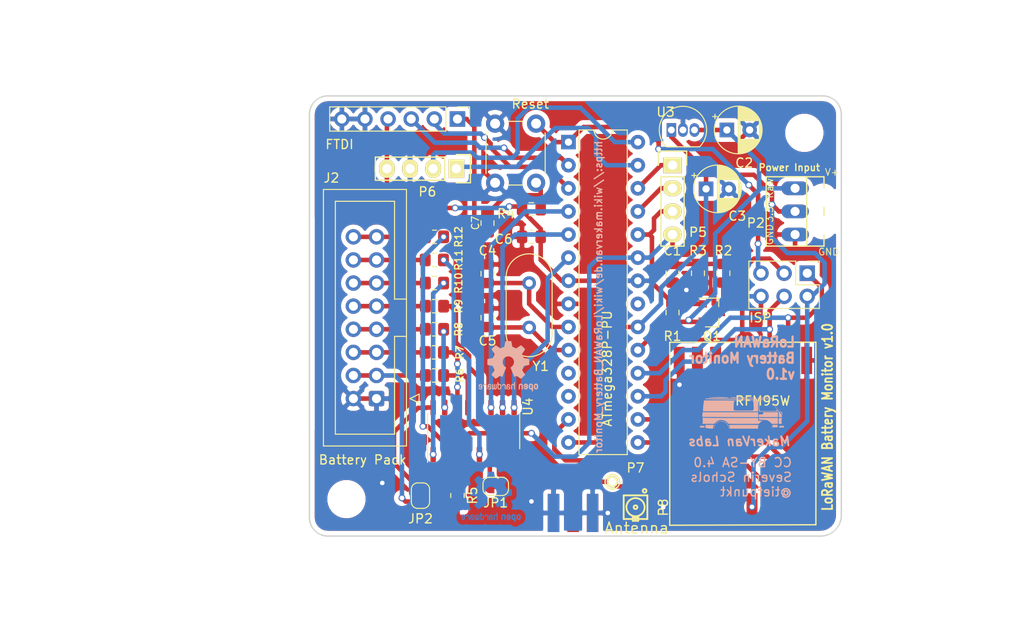
<source format=kicad_pcb>
(kicad_pcb (version 20171130) (host pcbnew "(5.1.8-0-10_14)")
  (layers (0 F.Cu signal) (31 B.Cu signal) (34 B.Paste user) (35 F.Paste user) (36 B.SilkS user) (37 F.SilkS user) (38 B.Mask user) (39 F.Mask user) (44 Edge.Cuts user))
  (net 0 "")
  (net 1 MISO)
  (net 2 MOSI)
  (net 3 CLK)
  (net 4 D10)
  (net 5 "Net-(U1-Pad6)")
  (net 6 D6)
  (net 7 "Net-(U1-Pad11)")
  (net 8 "Net-(U1-Pad12)")
  (net 9 +3V3)
  (net 10 D4)
  (net 11 D5)
  (net 12 D7)
  (net 13 Ant)
  (net 14 TX0)
  (net 15 RX1)
  (net 16 RESET)
  (net 17 D2)
  (net 18 D3)
  (net 19 D8)
  (net 20 D9)
  (net 21 A0)
  (net 22 A1)
  (net 23 A2)
  (net 24 A3)
  (net 25 SDA)
  (net 26 SCL)
  (net 27 VCC)
  (net 28 "Net-(Q1-Pad3)")
  (net 29 "Net-(C4-Pad2)")
  (net 30 "Net-(C5-Pad2)")
  (net 31 DTR)
  (net 32 "Net-(U2-Pad21)")
  (net 33 "Net-(U1-Pad7)")
  (net 34 BAT_GND)
  (net 35 BAT_C7)
  (net 36 BAT_C6)
  (net 37 BAT_C5)
  (net 38 BAT_C4)
  (net 39 BAT_C3)
  (net 40 BAT_C2)
  (net 41 BAT_C1)
  (net 42 "Net-(JP1-Pad2)")
  (net 43 "Net-(R6-Pad2)")
  (net 44 "Net-(R7-Pad2)")
  (net 45 "Net-(R8-Pad2)")
  (net 46 "Net-(R9-Pad2)")
  (net 47 "Net-(R10-Pad2)")
  (net 48 "Net-(R11-Pad2)")
  (net 49 "Net-(R12-Pad2)")
  (net 50 "Net-(U4-Pad4)")
  (module Symbol:OSHW-Logo2_7.3x6mm_SilkScreen (layer B.Cu) (at 149.352 129.54 180)
    (fp_text reference REF** hide)
    (fp_text value OSHW-Logo2_7.3x6mm_SilkScreen hide)
  )
  (module Symbol:OSHW-Logo2_7.3x6mm_Copper (layer B.Cu) (at 147.447 143.891 180)
    (fp_text reference REF** hide)
    (fp_text value OSHW-Logo2_7.3x6mm_Copper hide)
    (fp_poly (pts (xy 0.10391 2.757652) (xy 0.182454 2.757222) (xy 0.239298 2.756058) (xy 0.278105 2.753793) (xy 0.302538 2.75006) (xy 0.316262 2.744494) (xy 0.32294 2.736727) (xy 0.326236 2.726395) (xy 0.326556 2.725057) (xy 0.331562 2.700921) (xy 0.340829 2.653299) (xy 0.353392 2.587259) (xy 0.368287 2.507872) (xy 0.384551 2.420204) (xy 0.385119 2.417125) (xy 0.40141 2.331211) (xy 0.416652 2.255304) (xy 0.429861 2.193955) (xy 0.440054 2.151718) (xy 0.446248 2.133145) (xy 0.446543 2.132816) (xy 0.464788 2.123747) (xy 0.502405 2.108633) (xy 0.551271 2.090738) (xy 0.551543 2.090642) (xy 0.613093 2.067507) (xy 0.685657 2.038035) (xy 0.754057 2.008403) (xy 0.757294 2.006938) (xy 0.868702 1.956374) (xy 1.115399 2.12484) (xy 1.191077 2.176197) (xy 1.259631 2.222111) (xy 1.317088 2.25997) (xy 1.359476 2.287163) (xy 1.382825 2.301079) (xy 1.385042 2.302111) (xy 1.40201 2.297516) (xy 1.433701 2.275345) (xy 1.481352 2.234553) (xy 1.546198 2.174095) (xy 1.612397 2.109773) (xy 1.676214 2.046388) (xy 1.733329 1.988549) (xy 1.780305 1.939825) (xy 1.813703 1.90379) (xy 1.830085 1.884016) (xy 1.830694 1.882998) (xy 1.832505 1.869428) (xy 1.825683 1.847267) (xy 1.80854 1.813522) (xy 1.779393 1.7652) (xy 1.736555 1.699308) (xy 1.679448 1.614483) (xy 1.628766 1.539823) (xy 1.583461 1.47286) (xy 1.54615 1.417484) (xy 1.519452 1.37758) (xy 1.505985 1.357038) (xy 1.505137 1.355644) (xy 1.506781 1.335962) (xy 1.519245 1.297707) (xy 1.540048 1.248111) (xy 1.547462 1.232272) (xy 1.579814 1.16171) (xy 1.614328 1.081647) (xy 1.642365 1.012371) (xy 1.662568 0.960955) (xy 1.678615 0.921881) (xy 1.687888 0.901459) (xy 1.689041 0.899886) (xy 1.706096 0.897279) (xy 1.746298 0.890137) (xy 1.804302 0.879477) (xy 1.874763 0.866315) (xy 1.952335 0.851667) (xy 2.031672 0.836551) (xy 2.107431 0.821982) (xy 2.174264 0.808978) (xy 2.226828 0.798555) (xy 2.259776 0.79173) (xy 2.267857 0.789801) (xy 2.276205 0.785038) (xy 2.282506 0.774282) (xy 2.287045 0.753902) (xy 2.290104 0.720266) (xy 2.291967 0.669745) (xy 2.292918 0.598708) (xy 2.29324 0.503524) (xy 2.293257 0.464508) (xy 2.293257 0.147201) (xy 2.217057 0.132161) (xy 2.174663 0.124005) (xy 2.1114 0.112101) (xy 2.034962 0.097884) (xy 1.953043 0.08279) (xy 1.9304 0.078645) (xy 1.854806 0.063947) (xy 1.788953 0.049495) (xy 1.738366 0.036625) (xy 1.708574 0.026678) (xy 1.703612 0.023713) (xy 1.691426 0.002717) (xy 1.673953 -0.037967) (xy 1.654577 -0.090322) (xy 1.650734 -0.1016) (xy 1.625339 -0.171523) (xy 1.593817 -0.250418) (xy 1.562969 -0.321266) (xy 1.562817 -0.321595) (xy 1.511447 -0.432733) (xy 1.680399 -0.681253) (xy 1.849352 -0.929772) (xy 1.632429 -1.147058) (xy 1.566819 -1.211726) (xy 1.506979 -1.268733) (xy 1.456267 -1.315033) (xy 1.418046 -1.347584) (xy 1.395675 -1.363343) (xy 1.392466 -1.364343) (xy 1.373626 -1.356469) (xy 1.33518 -1.334578) (xy 1.28133 -1.301267) (xy 1.216276 -1.259131) (xy 1.14594 -1.211943) (xy 1.074555 -1.16381) (xy 1.010908 -1.121928) (xy 0.959041 -1.088871) (xy 0.922995 -1.067218) (xy 0.906867 -1.059543) (xy 0.887189 -1.066037) (xy 0.849875 -1.08315) (xy 0.802621 -1.107326) (xy 0.797612 -1.110013) (xy 0.733977 -1.141927) (xy 0.690341 -1.157579) (xy 0.663202 -1.157745) (xy 0.649057 -1.143204) (xy 0.648975 -1.143) (xy 0.641905 -1.125779) (xy 0.625042 -1.084899) (xy 0.599695 -1.023525) (xy 0.567171 -0.944819) (xy 0.528778 -0.851947) (xy 0.485822 -0.748072) (xy 0.444222 -0.647502) (xy 0.398504 -0.536516) (xy 0.356526 -0.433703) (xy 0.319548 -0.342215) (xy 0.288827 -0.265201) (xy 0.265622 -0.205815) (xy 0.25119 -0.167209) (xy 0.246743 -0.1528) (xy 0.257896 -0.136272) (xy 0.287069 -0.10993) (xy 0.325971 -0.080887) (xy 0.436757 0.010961) (xy 0.523351 0.116241) (xy 0.584716 0.232734) (xy 0.619815 0.358224) (xy 0.627608 0.490493) (xy 0.621943 0.551543) (xy 0.591078 0.678205) (xy 0.53792 0.790059) (xy 0.465767 0.885999) (xy 0.377917 0.964924) (xy 0.277665 1.02573) (xy 0.16831 1.067313) (xy 0.053147 1.088572) (xy -0.064525 1.088401) (xy -0.18141 1.065699) (xy -0.294211 1.019362) (xy -0.399631 0.948287) (xy -0.443632 0.908089) (xy -0.528021 0.804871) (xy -0.586778 0.692075) (xy -0.620296 0.57299) (xy -0.628965 0.450905) (xy -0.613177 0.329107) (xy -0.573322 0.210884) (xy -0.509793 0.099525) (xy -0.422979 -0.001684) (xy -0.325971 -0.080887) (xy -0.285563 -0.111162) (xy -0.257018 -0.137219) (xy -0.246743 -0.152825) (xy -0.252123 -0.169843) (xy -0.267425 -0.2105) (xy -0.291388 -0.271642) (xy -0.322756 -0.350119) (xy -0.360268 -0.44278) (xy -0.402667 -0.546472) (xy -0.444337 -0.647526) (xy -0.49031 -0.758607) (xy -0.532893 -0.861541) (xy -0.570779 -0.953165) (xy -0.60266 -1.030316) (xy -0.627229 -1.089831) (xy -0.64318 -1.128544) (xy -0.64909 -1.143) (xy -0.663052 -1.157685) (xy -0.69006 -1.157642) (xy -0.733587 -1.142099) (xy -0.79711 -1.110284) (xy -0.797612 -1.110013) (xy -0.84544 -1.085323) (xy -0.884103 -1.067338) (xy -0.905905 -1.059614) (xy -0.906867 -1.059543) (xy -0.923279 -1.067378) (xy -0.959513 -1.089165) (xy -1.011526 -1.122328) (xy -1.075275 -1.164291) (xy -1.14594 -1.211943) (xy -1.217884 -1.260191) (xy -1.282726 -1.302151) (xy -1.336265 -1.335227) (xy -1.374303 -1.356821) (xy -1.392467 -1.364343) (xy -1.409192 -1.354457) (xy -1.44282 -1.326826) (xy -1.48999 -1.284495) (xy -1.547342 -1.230505) (xy -1.611516 -1.167899) (xy -1.632503 -1.146983) (xy -1.849501 -0.929623) (xy -1.684332 -0.68722) (xy -1.634136 -0.612781) (xy -1.590081 -0.545972) (xy -1.554638 -0.490665) (xy -1.530281 -0.450729) (xy -1.519478 -0.430036) (xy -1.519162 -0.428563) (xy -1.524857 -0.409058) (xy -1.540174 -0.369822) (xy -1.562463 -0.31743) (xy -1.578107 -0.282355) (xy -1.607359 -0.215201) (xy -1.634906 -0.147358) (xy -1.656263 -0.090034) (xy -1.662065 -0.072572) (xy -1.678548 -0.025938) (xy -1.69466 0.010095) (xy -1.70351 0.023713) (xy -1.72304 0.032048) (xy -1.765666 0.043863) (xy -1.825855 0.057819) (xy -1.898078 0.072578) (xy -1.9304 0.078645) (xy -2.012478 0.093727) (xy -2.091205 0.108331) (xy -2.158891 0.12102) (xy -2.20784 0.130358) (xy -2.217057 0.132161) (xy -2.293257 0.147201) (xy -2.293257 0.464508) (xy -2.293086 0.568846) (xy -2.292384 0.647787) (xy -2.290866 0.704962) (xy -2.288251 0.744001) (xy -2.284254 0.768535) (xy -2.278591 0.782195) (xy -2.27098 0.788611) (xy -2.267857 0.789801) (xy -2.249022 0.79402) (xy -2.207412 0.802438) (xy -2.14837 0.814039) (xy -2.077243 0.827805) (xy -1.999375 0.84272) (xy -1.920113 0.857768) (xy -1.844802 0.871931) (xy -1.778787 0.884194) (xy -1.727413 0.893539) (xy -1.696025 0.89895) (xy -1.689041 0.899886) (xy -1.682715 0.912404) (xy -1.66871 0.945754) (xy -1.649645 0.993623) (xy -1.642366 1.012371) (xy -1.613004 1.084805) (xy -1.578429 1.16483) (xy -1.547463 1.232272) (xy -1.524677 1.283841) (xy -1.509518 1.326215) (xy -1.504458 1.352166) (xy -1.505264 1.355644) (xy -1.515959 1.372064) (xy -1.54038 1.408583) (xy -1.575905 1.461313) (xy -1.619913 1.526365) (xy -1.669783 1.599849) (xy -1.679644 1.614355) (xy -1.737508 1.700296) (xy -1.780044 1.765739) (xy -1.808946 1.813696) (xy -1.82591 1.84718) (xy -1.832633 1.869205) (xy -1.83081 1.882783) (xy -1.830764 1.882869) (xy -1.816414 1.900703) (xy -1.784677 1.935183) (xy -1.73899 1.982732) (xy -1.682796 2.039778) (xy -1.619532 2.102745) (xy -1.612398 2.109773) (xy -1.53267 2.18698) (xy -1.471143 2.24367) (xy -1.426579 2.28089) (xy -1.397743 2.299685) (xy -1.385042 2.302111) (xy -1.366506 2.291529) (xy -1.328039 2.267084) (xy -1.273614 2.231388) (xy -1.207202 2.187053) (xy -1.132775 2.136689) (xy -1.115399 2.12484) (xy -0.868703 1.956374) (xy -0.757294 2.006938) (xy -0.689543 2.036405) (xy -0.616817 2.066041) (xy -0.554297 2.08967) (xy -0.551543 2.090642) (xy -0.50264 2.108543) (xy -0.464943 2.12368) (xy -0.446575 2.13279) (xy -0.446544 2.132816) (xy -0.440715 2.149283) (xy -0.430808 2.189781) (xy -0.417805 2.249758) (xy -0.402691 2.32466) (xy -0.386448 2.409936) (xy -0.385119 2.417125) (xy -0.368825 2.504986) (xy -0.353867 2.58474) (xy -0.341209 2.651319) (xy -0.331814 2.699653) (xy -0.326646 2.724675) (xy -0.326556 2.725057) (xy -0.323411 2.735701) (xy -0.317296 2.743738) (xy -0.304547 2.749533) (xy -0.2815 2.753453) (xy -0.244491 2.755865) (xy -0.189856 2.757135) (xy -0.113933 2.757629) (xy -0.013056 2.757714) (xy 0 2.757714) (xy 0.10391 2.757652)) (layer B.Cu) (width 0.01))
    (fp_poly (pts (xy 3.153595 -1.966966) (xy 3.211021 -2.004497) (xy 3.238719 -2.038096) (xy 3.260662 -2.099064) (xy 3.262405 -2.147308) (xy 3.258457 -2.211816) (xy 3.109686 -2.276934) (xy 3.037349 -2.310202) (xy 2.990084 -2.336964) (xy 2.965507 -2.360144) (xy 2.961237 -2.382667) (xy 2.974889 -2.407455) (xy 2.989943 -2.423886) (xy 3.033746 -2.450235) (xy 3.081389 -2.452081) (xy 3.125145 -2.431546) (xy 3.157289 -2.390752) (xy 3.163038 -2.376347) (xy 3.190576 -2.331356) (xy 3.222258 -2.312182) (xy 3.265714 -2.295779) (xy 3.265714 -2.357966) (xy 3.261872 -2.400283) (xy 3.246823 -2.435969) (xy 3.21528 -2.476943) (xy 3.210592 -2.482267) (xy 3.175506 -2.51872) (xy 3.145347 -2.538283) (xy 3.107615 -2.547283) (xy 3.076335 -2.55023) (xy 3.020385 -2.550965) (xy 2.980555 -2.54166) (xy 2.955708 -2.527846) (xy 2.916656 -2.497467) (xy 2.889625 -2.464613) (xy 2.872517 -2.423294) (xy 2.863238 -2.367521) (xy 2.859693 -2.291305) (xy 2.85941 -2.252622) (xy 2.860372 -2.206247) (xy 2.948007 -2.206247) (xy 2.949023 -2.231126) (xy 2.951556 -2.2352) (xy 2.968274 -2.229665) (xy 3.004249 -2.215017) (xy 3.052331 -2.19419) (xy 3.062386 -2.189714) (xy 3.123152 -2.158814) (xy 3.156632 -2.131657) (xy 3.16399 -2.10622) (xy 3.146391 -2.080481) (xy 3.131856 -2.069109) (xy 3.07941 -2.046364) (xy 3.030322 -2.050122) (xy 2.989227 -2.077884) (xy 2.960758 -2.127152) (xy 2.951631 -2.166257) (xy 2.948007 -2.206247) (xy 2.860372 -2.206247) (xy 2.861285 -2.162249) (xy 2.868196 -2.095384) (xy 2.881884 -2.046695) (xy 2.904096 -2.010849) (xy 2.936574 -1.982513) (xy 2.950733 -1.973355) (xy 3.015053 -1.949507) (xy 3.085473 -1.948006) (xy 3.153595 -1.966966)) (layer B.Cu) (width 0.01))
    (fp_poly (pts (xy 2.6526 -1.958752) (xy 2.669948 -1.966334) (xy 2.711356 -1.999128) (xy 2.746765 -2.046547) (xy 2.768664 -2.097151) (xy 2.772229 -2.122098) (xy 2.760279 -2.156927) (xy 2.734067 -2.175357) (xy 2.705964 -2.186516) (xy 2.693095 -2.188572) (xy 2.686829 -2.173649) (xy 2.674456 -2.141175) (xy 2.669028 -2.126502) (xy 2.63859 -2.075744) (xy 2.59452 -2.050427) (xy 2.53801 -2.051206) (xy 2.533825 -2.052203) (xy 2.503655 -2.066507) (xy 2.481476 -2.094393) (xy 2.466327 -2.139287) (xy 2.45725 -2.204615) (xy 2.453286 -2.293804) (xy 2.452914 -2.341261) (xy 2.45273 -2.416071) (xy 2.451522 -2.467069) (xy 2.448309 -2.499471) (xy 2.442109 -2.518495) (xy 2.43194 -2.529356) (xy 2.416819 -2.537272) (xy 2.415946 -2.53767) (xy 2.386828 -2.549981) (xy 2.372403 -2.554514) (xy 2.370186 -2.540809) (xy 2.368289 -2.502925) (xy 2.366847 -2.445715) (xy 2.365998 -2.374027) (xy 2.365829 -2.321565) (xy 2.366692 -2.220047) (xy 2.37007 -2.143032) (xy 2.377142 -2.086023) (xy 2.389088 -2.044526) (xy 2.40709 -2.014043) (xy 2.432327 -1.99008) (xy 2.457247 -1.973355) (xy 2.517171 -1.951097) (xy 2.586911 -1.946076) (xy 2.6526 -1.958752)) (layer B.Cu) (width 0.01))
    (fp_poly (pts (xy 2.144876 -1.956335) (xy 2.186667 -1.975344) (xy 2.219469 -1.998378) (xy 2.243503 -2.024133) (xy 2.260097 -2.057358) (xy 2.270577 -2.1028) (xy 2.276271 -2.165207) (xy 2.278507 -2.249327) (xy 2.278743 -2.304721) (xy 2.278743 -2.520826) (xy 2.241774 -2.53767) (xy 2.212656 -2.549981) (xy 2.198231 -2.554514) (xy 2.195472 -2.541025) (xy 2.193282 -2.504653) (xy 2.191942 -2.451542) (xy 2.191657 -2.409372) (xy 2.190434 -2.348447) (xy 2.187136 -2.300115) (xy 2.182321 -2.270518) (xy 2.178496 -2.264229) (xy 2.152783 -2.270652) (xy 2.112418 -2.287125) (xy 2.065679 -2.309458) (xy 2.020845 -2.333457) (xy 1.986193 -2.35493) (xy 1.970002 -2.369685) (xy 1.969938 -2.369845) (xy 1.97133 -2.397152) (xy 1.983818 -2.423219) (xy 2.005743 -2.444392) (xy 2.037743 -2.451474) (xy 2.065092 -2.450649) (xy 2.103826 -2.450042) (xy 2.124158 -2.459116) (xy 2.136369 -2.483092) (xy 2.137909 -2.487613) (xy 2.143203 -2.521806) (xy 2.129047 -2.542568) (xy 2.092148 -2.552462) (xy 2.052289 -2.554292) (xy 1.980562 -2.540727) (xy 1.943432 -2.521355) (xy 1.897576 -2.475845) (xy 1.873256 -2.419983) (xy 1.871073 -2.360957) (xy 1.891629 -2.305953) (xy 1.922549 -2.271486) (xy 1.95342 -2.252189) (xy 2.001942 -2.227759) (xy 2.058485 -2.202985) (xy 2.06791 -2.199199) (xy 2.130019 -2.171791) (xy 2.165822 -2.147634) (xy 2.177337 -2.123619) (xy 2.16658 -2.096635) (xy 2.148114 -2.075543) (xy 2.104469 -2.049572) (xy 2.056446 -2.047624) (xy 2.012406 -2.067637) (xy 1.980709 -2.107551) (xy 1.976549 -2.117848) (xy 1.952327 -2.155724) (xy 1.916965 -2.183842) (xy 1.872343 -2.206917) (xy 1.872343 -2.141485) (xy 1.874969 -2.101506) (xy 1.88623 -2.069997) (xy 1.911199 -2.036378) (xy 1.935169 -2.010484) (xy 1.972441 -1.973817) (xy 2.001401 -1.954121) (xy 2.032505 -1.94622) (xy 2.067713 -1.944914) (xy 2.144876 -1.956335)) (layer B.Cu) (width 0.01))
    (fp_poly (pts (xy 1.779833 -1.958663) (xy 1.782048 -1.99685) (xy 1.783784 -2.054886) (xy 1.784899 -2.12818) (xy 1.785257 -2.205055) (xy 1.785257 -2.465196) (xy 1.739326 -2.511127) (xy 1.707675 -2.539429) (xy 1.67989 -2.550893) (xy 1.641915 -2.550168) (xy 1.62684 -2.548321) (xy 1.579726 -2.542948) (xy 1.540756 -2.539869) (xy 1.531257 -2.539585) (xy 1.499233 -2.541445) (xy 1.453432 -2.546114) (xy 1.435674 -2.548321) (xy 1.392057 -2.551735) (xy 1.362745 -2.54432) (xy 1.33368 -2.521427) (xy 1.323188 -2.511127) (xy 1.277257 -2.465196) (xy 1.277257 -1.978602) (xy 1.314226 -1.961758) (xy 1.346059 -1.949282) (xy 1.364683 -1.944914) (xy 1.369458 -1.958718) (xy 1.373921 -1.997286) (xy 1.377775 -2.056356) (xy 1.380722 -2.131663) (xy 1.382143 -2.195286) (xy 1.386114 -2.445657) (xy 1.420759 -2.450556) (xy 1.452268 -2.447131) (xy 1.467708 -2.436041) (xy 1.472023 -2.415308) (xy 1.475708 -2.371145) (xy 1.478469 -2.309146) (xy 1.480012 -2.234909) (xy 1.480235 -2.196706) (xy 1.480457 -1.976783) (xy 1.526166 -1.960849) (xy 1.558518 -1.950015) (xy 1.576115 -1.944962) (xy 1.576623 -1.944914) (xy 1.578388 -1.958648) (xy 1.580329 -1.99673) (xy 1.582282 -2.054482) (xy 1.584084 -2.127227) (xy 1.585343 -2.195286) (xy 1.589314 -2.445657) (xy 1.6764 -2.445657) (xy 1.680396 -2.21724) (xy 1.684392 -1.988822) (xy 1.726847 -1.966868) (xy 1.758192 -1.951793) (xy 1.776744 -1.944951) (xy 1.777279 -1.944914) (xy 1.779833 -1.958663)) (layer B.Cu) (width 0.01))
    (fp_poly (pts (xy 1.190117 -2.065358) (xy 1.189933 -2.173837) (xy 1.189219 -2.257287) (xy 1.187675 -2.319704) (xy 1.185001 -2.365085) (xy 1.180894 -2.397429) (xy 1.175055 -2.420733) (xy 1.167182 -2.438995) (xy 1.161221 -2.449418) (xy 1.111855 -2.505945) (xy 1.049264 -2.541377) (xy 0.980013 -2.55409) (xy 0.910668 -2.542463) (xy 0.869375 -2.521568) (xy 0.826025 -2.485422) (xy 0.796481 -2.441276) (xy 0.778655 -2.383462) (xy 0.770463 -2.306313) (xy 0.769302 -2.249714) (xy 0.769458 -2.245647) (xy 0.870857 -2.245647) (xy 0.871476 -2.31055) (xy 0.874314 -2.353514) (xy 0.88084 -2.381622) (xy 0.892523 -2.401953) (xy 0.906483 -2.417288) (xy 0.953365 -2.44689) (xy 1.003701 -2.449419) (xy 1.051276 -2.424705) (xy 1.054979 -2.421356) (xy 1.070783 -2.403935) (xy 1.080693 -2.383209) (xy 1.086058 -2.352362) (xy 1.088228 -2.304577) (xy 1.088571 -2.251748) (xy 1.087827 -2.185381) (xy 1.084748 -2.141106) (xy 1.078061 -2.112009) (xy 1.066496 -2.091173) (xy 1.057013 -2.080107) (xy 1.01296 -2.052198) (xy 0.962224 -2.048843) (xy 0.913796 -2.070159) (xy 0.90445 -2.078073) (xy 0.88854 -2.095647) (xy 0.87861 -2.116587) (xy 0.873278 -2.147782) (xy 0.871163 -2.196122) (xy 0.870857 -2.245647) (xy 0.769458 -2.245647) (xy 0.77281 -2.158568) (xy 0.784726 -2.090086) (xy 0.807135 -2.0386) (xy 0.842124 -1.998443) (xy 0.869375 -1.977861) (xy 0.918907 -1.955625) (xy 0.976316 -1.945304) (xy 1.029682 -1.948067) (xy 1.059543 -1.959212) (xy 1.071261 -1.962383) (xy 1.079037 -1.950557) (xy 1.084465 -1.918866) (xy 1.088571 -1.870593) (xy 1.093067 -1.816829) (xy 1.099313 -1.784482) (xy 1.110676 -1.765985) (xy 1.130528 -1.75377) (xy 1.143 -1.748362) (xy 1.190171 -1.728601) (xy 1.190117 -2.065358)) (layer B.Cu) (width 0.01))
    (fp_poly (pts (xy 0.529926 -1.949755) (xy 0.595858 -1.974084) (xy 0.649273 -2.017117) (xy 0.670164 -2.047409) (xy 0.692939 -2.102994) (xy 0.692466 -2.143186) (xy 0.668562 -2.170217) (xy 0.659717 -2.174813) (xy 0.62153 -2.189144) (xy 0.602028 -2.185472) (xy 0.595422 -2.161407) (xy 0.595086 -2.148114) (xy 0.582992 -2.09921) (xy 0.551471 -2.064999) (xy 0.507659 -2.048476) (xy 0.458695 -2.052634) (xy 0.418894 -2.074227) (xy 0.40545 -2.086544) (xy 0.395921 -2.101487) (xy 0.389485 -2.124075) (xy 0.385317 -2.159328) (xy 0.382597 -2.212266) (xy 0.380502 -2.287907) (xy 0.37996 -2.311857) (xy 0.377981 -2.39379) (xy 0.375731 -2.451455) (xy 0.372357 -2.489608) (xy 0.367006 -2.513004) (xy 0.358824 -2.526398) (xy 0.346959 -2.534545) (xy 0.339362 -2.538144) (xy 0.307102 -2.550452) (xy 0.288111 -2.554514) (xy 0.281836 -2.540948) (xy 0.278006 -2.499934) (xy 0.2766 -2.430999) (xy 0.277598 -2.333669) (xy 0.277908 -2.318657) (xy 0.280101 -2.229859) (xy 0.282693 -2.165019) (xy 0.286382 -2.119067) (xy 0.291864 -2.086935) (xy 0.299835 -2.063553) (xy 0.310993 -2.043852) (xy 0.31683 -2.03541) (xy 0.350296 -1.998057) (xy 0.387727 -1.969003) (xy 0.392309 -1.966467) (xy 0.459426 -1.946443) (xy 0.529926 -1.949755)) (layer B.Cu) (width 0.01))
    (fp_poly (pts (xy 0.039744 -1.950968) (xy 0.096616 -1.972087) (xy 0.097267 -1.972493) (xy 0.13244 -1.99838) (xy 0.158407 -2.028633) (xy 0.17667 -2.068058) (xy 0.188732 -2.121462) (xy 0.196096 -2.193651) (xy 0.200264 -2.289432) (xy 0.200629 -2.303078) (xy 0.205876 -2.508842) (xy 0.161716 -2.531678) (xy 0.129763 -2.54711) (xy 0.11047 -2.554423) (xy 0.109578 -2.554514) (xy 0.106239 -2.541022) (xy 0.103587 -2.504626) (xy 0.101956 -2.451452) (xy 0.1016 -2.408393) (xy 0.101592 -2.338641) (xy 0.098403 -2.294837) (xy 0.087288 -2.273944) (xy 0.063501 -2.272925) (xy 0.022296 -2.288741) (xy -0.039914 -2.317815) (xy -0.085659 -2.341963) (xy -0.109187 -2.362913) (xy -0.116104 -2.385747) (xy -0.116114 -2.386877) (xy -0.104701 -2.426212) (xy -0.070908 -2.447462) (xy -0.019191 -2.450539) (xy 0.018061 -2.450006) (xy 0.037703 -2.460735) (xy 0.049952 -2.486505) (xy 0.057002 -2.519337) (xy 0.046842 -2.537966) (xy 0.043017 -2.540632) (xy 0.007001 -2.55134) (xy -0.043434 -2.552856) (xy -0.095374 -2.545759) (xy -0.132178 -2.532788) (xy -0.183062 -2.489585) (xy -0.211986 -2.429446) (xy -0.217714 -2.382462) (xy -0.213343 -2.340082) (xy -0.197525 -2.305488) (xy -0.166203 -2.274763) (xy -0.115322 -2.24399) (xy -0.040824 -2.209252) (xy -0.036286 -2.207288) (xy 0.030821 -2.176287) (xy 0.072232 -2.150862) (xy 0.089981 -2.128014) (xy 0.086107 -2.104745) (xy 0.062643 -2.078056) (xy 0.055627 -2.071914) (xy 0.00863 -2.0481) (xy -0.040067 -2.049103) (xy -0.082478 -2.072451) (xy -0.110616 -2.115675) (xy -0.113231 -2.12416) (xy -0.138692 -2.165308) (xy -0.170999 -2.185128) (xy -0.217714 -2.20477) (xy -0.217714 -2.15395) (xy -0.203504 -2.080082) (xy -0.161325 -2.012327) (xy -0.139376 -1.989661) (xy -0.089483 -1.960569) (xy -0.026033 -1.9474) (xy 0.039744 -1.950968)) (layer B.Cu) (width 0.01))
    (fp_poly (pts (xy -0.624114 -1.851289) (xy -0.619861 -1.910613) (xy -0.614975 -1.945572) (xy -0.608205 -1.96082) (xy -0.598298 -1.961015) (xy -0.595086 -1.959195) (xy -0.552356 -1.946015) (xy -0.496773 -1.946785) (xy -0.440263 -1.960333) (xy -0.404918 -1.977861) (xy -0.368679 -2.005861) (xy -0.342187 -2.037549) (xy -0.324001 -2.077813) (xy -0.312678 -2.131543) (xy -0.306778 -2.203626) (xy -0.304857 -2.298951) (xy -0.304823 -2.317237) (xy -0.3048 -2.522646) (xy -0.350509 -2.53858) (xy -0.382973 -2.54942) (xy -0.400785 -2.554468) (xy -0.401309 -2.554514) (xy -0.403063 -2.540828) (xy -0.404556 -2.503076) (xy -0.405674 -2.446224) (xy -0.406303 -2.375234) (xy -0.4064 -2.332073) (xy -0.406602 -2.246973) (xy -0.407642 -2.185981) (xy -0.410169 -2.144177) (xy -0.414836 -2.116642) (xy -0.422293 -2.098456) (xy -0.433189 -2.084698) (xy -0.439993 -2.078073) (xy -0.486728 -2.051375) (xy -0.537728 -2.049375) (xy -0.583999 -2.071955) (xy -0.592556 -2.080107) (xy -0.605107 -2.095436) (xy -0.613812 -2.113618) (xy -0.619369 -2.139909) (xy -0.622474 -2.179562) (xy -0.623824 -2.237832) (xy -0.624114 -2.318173) (xy -0.624114 -2.522646) (xy -0.669823 -2.53858) (xy -0.702287 -2.54942) (xy -0.720099 -2.554468) (xy -0.720623 -2.554514) (xy -0.721963 -2.540623) (xy -0.723172 -2.501439) (xy -0.724199 -2.4407) (xy -0.724998 -2.362141) (xy -0.725519 -2.269498) (xy -0.725714 -2.166509) (xy -0.725714 -1.769342) (xy -0.678543 -1.749444) (xy -0.631371 -1.729547) (xy -0.624114 -1.851289)) (layer B.Cu) (width 0.01))
    (fp_poly (pts (xy -1.831697 -1.931239) (xy -1.774473 -1.969735) (xy -1.730251 -2.025335) (xy -1.703833 -2.096086) (xy -1.69849 -2.148162) (xy -1.699097 -2.169893) (xy -1.704178 -2.186531) (xy -1.718145 -2.201437) (xy -1.745411 -2.217973) (xy -1.790388 -2.239498) (xy -1.857489 -2.269374) (xy -1.857829 -2.269524) (xy -1.919593 -2.297813) (xy -1.970241 -2.322933) (xy -2.004596 -2.342179) (xy -2.017482 -2.352848) (xy -2.017486 -2.352934) (xy -2.006128 -2.376166) (xy -1.979569 -2.401774) (xy -1.949077 -2.420221) (xy -1.93363 -2.423886) (xy -1.891485 -2.411212) (xy -1.855192 -2.379471) (xy -1.837483 -2.344572) (xy -1.820448 -2.318845) (xy -1.787078 -2.289546) (xy -1.747851 -2.264235) (xy -1.713244 -2.250471) (xy -1.706007 -2.249714) (xy -1.697861 -2.26216) (xy -1.69737 -2.293972) (xy -1.703357 -2.336866) (xy -1.714643 -2.382558) (xy -1.73005 -2.422761) (xy -1.730829 -2.424322) (xy -1.777196 -2.489062) (xy -1.837289 -2.533097) (xy -1.905535 -2.554711) (xy -1.976362 -2.552185) (xy -2.044196 -2.523804) (xy -2.047212 -2.521808) (xy -2.100573 -2.473448) (xy -2.13566 -2.410352) (xy -2.155078 -2.327387) (xy -2.157684 -2.304078) (xy -2.162299 -2.194055) (xy -2.156767 -2.142748) (xy -2.017486 -2.142748) (xy -2.015676 -2.174753) (xy -2.005778 -2.184093) (xy -1.981102 -2.177105) (xy -1.942205 -2.160587) (xy -1.898725 -2.139881) (xy -1.897644 -2.139333) (xy -1.860791 -2.119949) (xy -1.846 -2.107013) (xy -1.849647 -2.093451) (xy -1.865005 -2.075632) (xy -1.904077 -2.049845) (xy -1.946154 -2.04795) (xy -1.983897 -2.066717) (xy -2.009966 -2.102915) (xy -2.017486 -2.142748) (xy -2.156767 -2.142748) (xy -2.152806 -2.106027) (xy -2.12845 -2.036212) (xy -2.094544 -1.987302) (xy -2.033347 -1.937878) (xy -1.965937 -1.913359) (xy -1.89712 -1.911797) (xy -1.831697 -1.931239)) (layer B.Cu) (width 0.01))
    (fp_poly (pts (xy -2.958885 -1.921962) (xy -2.890855 -1.957733) (xy -2.840649 -2.015301) (xy -2.822815 -2.052312) (xy -2.808937 -2.107882) (xy -2.801833 -2.178096) (xy -2.80116 -2.254727) (xy -2.806573 -2.329552) (xy -2.81773 -2.394342) (xy -2.834286 -2.440873) (xy -2.839374 -2.448887) (xy -2.899645 -2.508707) (xy -2.971231 -2.544535) (xy -3.048908 -2.55502) (xy -3.127452 -2.53881) (xy -3.149311 -2.529092) (xy -3.191878 -2.499143) (xy -3.229237 -2.459433) (xy -3.232768 -2.454397) (xy -3.247119 -2.430124) (xy -3.256606 -2.404178) (xy -3.26221 -2.370022) (xy -3.264914 -2.321119) (xy -3.265701 -2.250935) (xy -3.265714 -2.2352) (xy -3.265678 -2.230192) (xy -3.120571 -2.230192) (xy -3.119727 -2.29643) (xy -3.116404 -2.340386) (xy -3.109417 -2.368779) (xy -3.097584 -2.388325) (xy -3.091543 -2.394857) (xy -3.056814 -2.41968) (xy -3.023097 -2.418548) (xy -2.989005 -2.397016) (xy -2.968671 -2.374029) (xy -2.956629 -2.340478) (xy -2.949866 -2.287569) (xy -2.949402 -2.281399) (xy -2.948248 -2.185513) (xy -2.960312 -2.114299) (xy -2.98543 -2.068194) (xy -3.02344 -2.047635) (xy -3.037008 -2.046514) (xy -3.072636 -2.052152) (xy -3.097006 -2.071686) (xy -3.111907 -2.109042) (xy -3.119125 -2.16815) (xy -3.120571 -2.230192) (xy -3.265678 -2.230192) (xy -3.265174 -2.160413) (xy -3.262904 -2.108159) (xy -3.257932 -2.071949) (xy -3.249287 -2.045299) (xy -3.235995 -2.021722) (xy -3.233057 -2.017338) (xy -3.183687 -1.958249) (xy -3.129891 -1.923947) (xy -3.064398 -1.910331) (xy -3.042158 -1.909665) (xy -2.958885 -1.921962)) (layer B.Cu) (width 0.01))
    (fp_poly (pts (xy -1.283907 -1.92778) (xy -1.237328 -1.954723) (xy -1.204943 -1.981466) (xy -1.181258 -2.009484) (xy -1.164941 -2.043748) (xy -1.154661 -2.089227) (xy -1.149086 -2.150892) (xy -1.146884 -2.233711) (xy -1.146629 -2.293246) (xy -1.146629 -2.512391) (xy -1.208314 -2.540044) (xy -1.27 -2.567697) (xy -1.277257 -2.32767) (xy -1.280256 -2.238028) (xy -1.283402 -2.172962) (xy -1.287299 -2.128026) (xy -1.292553 -2.09877) (xy -1.299769 -2.080748) (xy -1.30955 -2.069511) (xy -1.312688 -2.067079) (xy -1.360239 -2.048083) (xy -1.408303 -2.0556) (xy -1.436914 -2.075543) (xy -1.448553 -2.089675) (xy -1.456609 -2.10822) (xy -1.461729 -2.136334) (xy -1.464559 -2.179173) (xy -1.465744 -2.241895) (xy -1.465943 -2.307261) (xy -1.465982 -2.389268) (xy -1.467386 -2.447316) (xy -1.472086 -2.486465) (xy -1.482013 -2.51178) (xy -1.499097 -2.528323) (xy -1.525268 -2.541156) (xy -1.560225 -2.554491) (xy -1.598404 -2.569007) (xy -1.593859 -2.311389) (xy -1.592029 -2.218519) (xy -1.589888 -2.149889) (xy -1.586819 -2.100711) (xy -1.582206 -2.066198) (xy -1.575432 -2.041562) (xy -1.565881 -2.022016) (xy -1.554366 -2.00477) (xy -1.49881 -1.94968) (xy -1.43102 -1.917822) (xy -1.357287 -1.910191) (xy -1.283907 -1.92778)) (layer B.Cu) (width 0.01))
    (fp_poly (pts (xy -2.400256 -1.919918) (xy -2.344799 -1.947568) (xy -2.295852 -1.99848) (xy -2.282371 -2.017338) (xy -2.267686 -2.042015) (xy -2.258158 -2.068816) (xy -2.252707 -2.104587) (xy -2.250253 -2.156169) (xy -2.249714 -2.224267) (xy -2.252148 -2.317588) (xy -2.260606 -2.387657) (xy -2.276826 -2.439931) (xy -2.302546 -2.479869) (xy -2.339503 -2.512929) (xy -2.342218 -2.514886) (xy -2.37864 -2.534908) (xy -2.422498 -2.544815) (xy -2.478276 -2.547257) (xy -2.568952 -2.547257) (xy -2.56899 -2.635283) (xy -2.569834 -2.684308) (xy -2.574976 -2.713065) (xy -2.588413 -2.730311) (xy -2.614142 -2.744808) (xy -2.620321 -2.747769) (xy -2.649236 -2.761648) (xy -2.671624 -2.770414) (xy -2.688271 -2.771171) (xy -2.699964 -2.761023) (xy -2.70749 -2.737073) (xy -2.711634 -2.696426) (xy -2.713185 -2.636186) (xy -2.712929 -2.553455) (xy -2.711651 -2.445339) (xy -2.711252 -2.413) (xy -2.709815 -2.301524) (xy -2.708528 -2.228603) (xy -2.569029 -2.228603) (xy -2.568245 -2.290499) (xy -2.56476 -2.330997) (xy -2.556876 -2.357708) (xy -2.542895 -2.378244) (xy -2.533403 -2.38826) (xy -2.494596 -2.417567) (xy -2.460237 -2.419952) (xy -2.424784 -2.39575) (xy -2.423886 -2.394857) (xy -2.409461 -2.376153) (xy -2.400687 -2.350732) (xy -2.396261 -2.311584) (xy -2.394882 -2.251697) (xy -2.394857 -2.23843) (xy -2.398188 -2.155901) (xy -2.409031 -2.098691) (xy -2.42866 -2.063766) (xy -2.45835 -2.048094) (xy -2.475509 -2.046514) (xy -2.516234 -2.053926) (xy -2.544168 -2.07833) (xy -2.560983 -2.12298) (xy -2.56835 -2.19113) (xy -2.569029 -2.228603) (xy -2.708528 -2.228603) (xy -2.708292 -2.215245) (xy -2.706323 -2.150333) (xy -2.70355 -2.102958) (xy -2.699612 -2.06929) (xy -2.694151 -2.045498) (xy -2.686808 -2.027753) (xy -2.677223 -2.012224) (xy -2.673113 -2.006381) (xy -2.618595 -1.951185) (xy -2.549664 -1.91989) (xy -2.469928 -1.911165) (xy -2.400256 -1.919918)) (layer B.Cu) (width 0.01))
  )
  (module Button_Switch_THT:SW_PUSH_6mm (layer F.Cu) (at 152.4 102.87 270)
    (fp_text reference SW1 hide)
    (fp_text value Reset (at -2.159 0.635 180) (layer F.SilkS))
    (pad 1 thru_hole circle (at 6.5 0) (size 2 2) (drill 1.1) (layers *.Cu *.Mask) (net 16 RESET))
    (pad 2 thru_hole circle (at 6.5 4.5) (size 2 2) (drill 1.1) (layers *.Cu *.Mask) (net 34 BAT_GND))
    (pad 1 thru_hole circle (at 0 0) (size 2 2) (drill 1.1) (layers *.Cu *.Mask) (net 16 RESET))
    (pad 2 thru_hole circle (at 0 4.5) (size 2 2) (drill 1.1) (layers *.Cu *.Mask) (net 34 BAT_GND))
  )
  (module mysensors_radios:RFM69HW_SMD_Handsoldering-Narrow (layer F.Cu) (at 182.118 130.302 270)
    (fp_text reference U1 hide)
    (fp_text value RFM95HW hide)
    (pad 1 smd rect (at -1.4 0 270) (size 3 1.2) (layers F.Cu F.Paste F.Mask) (net 34 BAT_GND))
    (pad 2 smd rect (at -1.4 2 270) (size 3 1.2) (layers F.Cu F.Paste F.Mask) (net 1 MISO))
    (pad 3 smd rect (at -1.4 4 270) (size 3 1.2) (layers F.Cu F.Paste F.Mask) (net 2 MOSI))
    (pad 4 smd rect (at -1.4 6 270) (size 3 1.2) (layers F.Cu F.Paste F.Mask) (net 3 CLK))
    (pad 5 smd rect (at -1.4 8 270) (size 3 1.2) (layers F.Cu F.Paste F.Mask) (net 4 D10))
    (pad 6 smd rect (at -1.4 10 270) (size 3 1.2) (layers F.Cu F.Paste F.Mask) (net 5 "Net-(U1-Pad6)"))
    (pad 7 smd rect (at -1.4 12 270) (size 3 1.2) (layers F.Cu F.Paste F.Mask) (net 33 "Net-(U1-Pad7)"))
    (pad 8 smd rect (at -1.4 14 270) (size 3 1.2) (layers F.Cu F.Paste F.Mask) (net 34 BAT_GND))
    (pad 9 smd rect (at 14.6932 14 270) (size 3 1.2) (layers F.Cu F.Paste F.Mask) (net 13 Ant))
    (pad 10 smd rect (at 14.6932 12 270) (size 3 1.2) (layers F.Cu F.Paste F.Mask) (net 34 BAT_GND))
    (pad 11 smd rect (at 14.6932 10 270) (size 3 1.2) (layers F.Cu F.Paste F.Mask) (net 7 "Net-(U1-Pad11)"))
    (pad 12 smd rect (at 14.6932 8 270) (size 3 1.2) (layers F.Cu F.Paste F.Mask) (net 8 "Net-(U1-Pad12)"))
    (pad 13 smd rect (at 14.6932 6 270) (size 3 1.2) (layers F.Cu F.Paste F.Mask) (net 9 +3V3))
    (pad 14 smd rect (at 14.6932 4 270) (size 3 1.2) (layers F.Cu F.Paste F.Mask) (net 12 D7))
    (pad 15 smd rect (at 14.6932 2 270) (size 3 1.2) (layers F.Cu F.Paste F.Mask) (net 19 D8))
    (pad 16 smd rect (at 14.6932 0 270) (size 3 1.2) (layers F.Cu F.Paste F.Mask) (net 20 D9))
  )
  (module Package_DIP:DIP-28_W7.62mm (layer F.Cu) (at 155.956 104.902)
    (fp_text reference U2 hide)
    (fp_text value ATmega328P-PU (at 4.2545 24.892 90) (layer F.SilkS))
    (pad 1 thru_hole rect (at 0 0) (size 1.6 1.6) (drill 0.8) (layers *.Cu *.Mask) (net 16 RESET))
    (pad 15 thru_hole oval (at 7.62 33.02) (size 1.6 1.6) (drill 0.8) (layers *.Cu *.Mask) (net 20 D9))
    (pad 2 thru_hole oval (at 0 2.54) (size 1.6 1.6) (drill 0.8) (layers *.Cu *.Mask) (net 15 RX1))
    (pad 16 thru_hole oval (at 7.62 30.48) (size 1.6 1.6) (drill 0.8) (layers *.Cu *.Mask) (net 4 D10))
    (pad 3 thru_hole oval (at 0 5.08) (size 1.6 1.6) (drill 0.8) (layers *.Cu *.Mask) (net 14 TX0))
    (pad 17 thru_hole oval (at 7.62 27.94) (size 1.6 1.6) (drill 0.8) (layers *.Cu *.Mask) (net 2 MOSI))
    (pad 4 thru_hole oval (at 0 7.62) (size 1.6 1.6) (drill 0.8) (layers *.Cu *.Mask) (net 17 D2))
    (pad 18 thru_hole oval (at 7.62 25.4) (size 1.6 1.6) (drill 0.8) (layers *.Cu *.Mask) (net 1 MISO))
    (pad 5 thru_hole oval (at 0 10.16) (size 1.6 1.6) (drill 0.8) (layers *.Cu *.Mask) (net 18 D3))
    (pad 19 thru_hole oval (at 7.62 22.86) (size 1.6 1.6) (drill 0.8) (layers *.Cu *.Mask) (net 3 CLK))
    (pad 6 thru_hole oval (at 0 12.7) (size 1.6 1.6) (drill 0.8) (layers *.Cu *.Mask) (net 10 D4))
    (pad 20 thru_hole oval (at 7.62 20.32) (size 1.6 1.6) (drill 0.8) (layers *.Cu *.Mask) (net 9 +3V3))
    (pad 7 thru_hole oval (at 0 15.24) (size 1.6 1.6) (drill 0.8) (layers *.Cu *.Mask) (net 9 +3V3))
    (pad 21 thru_hole oval (at 7.62 17.78) (size 1.6 1.6) (drill 0.8) (layers *.Cu *.Mask) (net 32 "Net-(U2-Pad21)"))
    (pad 8 thru_hole oval (at 0 17.78) (size 1.6 1.6) (drill 0.8) (layers *.Cu *.Mask) (net 34 BAT_GND))
    (pad 22 thru_hole oval (at 7.62 15.24) (size 1.6 1.6) (drill 0.8) (layers *.Cu *.Mask) (net 34 BAT_GND))
    (pad 9 thru_hole oval (at 0 20.32) (size 1.6 1.6) (drill 0.8) (layers *.Cu *.Mask) (net 29 "Net-(C4-Pad2)"))
    (pad 23 thru_hole oval (at 7.62 12.7) (size 1.6 1.6) (drill 0.8) (layers *.Cu *.Mask) (net 21 A0))
    (pad 10 thru_hole oval (at 0 22.86) (size 1.6 1.6) (drill 0.8) (layers *.Cu *.Mask) (net 30 "Net-(C5-Pad2)"))
    (pad 24 thru_hole oval (at 7.62 10.16) (size 1.6 1.6) (drill 0.8) (layers *.Cu *.Mask) (net 22 A1))
    (pad 11 thru_hole oval (at 0 25.4) (size 1.6 1.6) (drill 0.8) (layers *.Cu *.Mask) (net 11 D5))
    (pad 25 thru_hole oval (at 7.62 7.62) (size 1.6 1.6) (drill 0.8) (layers *.Cu *.Mask) (net 23 A2))
    (pad 12 thru_hole oval (at 0 27.94) (size 1.6 1.6) (drill 0.8) (layers *.Cu *.Mask) (net 6 D6))
    (pad 26 thru_hole oval (at 7.62 5.08) (size 1.6 1.6) (drill 0.8) (layers *.Cu *.Mask) (net 24 A3))
    (pad 13 thru_hole oval (at 0 30.48) (size 1.6 1.6) (drill 0.8) (layers *.Cu *.Mask) (net 12 D7))
    (pad 27 thru_hole oval (at 7.62 2.54) (size 1.6 1.6) (drill 0.8) (layers *.Cu *.Mask) (net 25 SDA))
    (pad 14 thru_hole oval (at 0 33.02) (size 1.6 1.6) (drill 0.8) (layers *.Cu *.Mask) (net 19 D8))
    (pad 28 thru_hole oval (at 7.62 0) (size 1.6 1.6) (drill 0.8) (layers *.Cu *.Mask) (net 26 SCL))
  )
  (module Package_SO:SO-16_3.9x9.9mm_P1.27mm (layer F.Cu) (at 145.542 136.652 90)
    (fp_text reference U4 (at 2.667 5.969 90) (layer F.SilkS))
    (fp_text value 74HC4051)
    (pad 16 smd roundrect (at 2.575 -4.445 90) (size 1.75 0.6) (layers F.Cu F.Paste F.Mask) (net 9 +3V3))
    (pad 15 smd roundrect (at 2.575 -3.175 90) (size 1.75 0.6) (layers F.Cu F.Paste F.Mask) (net 45 "Net-(R8-Pad2)"))
    (pad 14 smd roundrect (at 2.575 -1.905 90) (size 1.75 0.6) (layers F.Cu F.Paste F.Mask) (net 44 "Net-(R7-Pad2)"))
    (pad 13 smd roundrect (at 2.575 -0.635 90) (size 1.75 0.6) (layers F.Cu F.Paste F.Mask) (net 43 "Net-(R6-Pad2)"))
    (pad 12 smd roundrect (at 2.575 0.635 90) (size 1.75 0.6) (layers F.Cu F.Paste F.Mask) (net 46 "Net-(R9-Pad2)"))
    (pad 11 smd roundrect (at 2.575 1.905 90) (size 1.75 0.6) (layers F.Cu F.Paste F.Mask) (net 17 D2))
    (pad 10 smd roundrect (at 2.575 3.175 90) (size 1.75 0.6) (layers F.Cu F.Paste F.Mask) (net 18 D3))
    (pad 9 smd roundrect (at 2.575 4.445 90) (size 1.75 0.6) (layers F.Cu F.Paste F.Mask) (net 10 D4))
    (pad 8 smd roundrect (at -2.575 4.445 90) (size 1.75 0.6) (layers F.Cu F.Paste F.Mask) (net 34 BAT_GND))
    (pad 7 smd roundrect (at -2.575 3.175 90) (size 1.75 0.6) (layers F.Cu F.Paste F.Mask) (net 34 BAT_GND))
    (pad 6 smd roundrect (at -2.575 1.905 90) (size 1.75 0.6) (layers F.Cu F.Paste F.Mask) (net 42 "Net-(JP1-Pad2)"))
    (pad 5 smd roundrect (at -2.575 0.635 90) (size 1.75 0.6) (layers F.Cu F.Paste F.Mask) (net 48 "Net-(R11-Pad2)"))
    (pad 4 smd roundrect (at -2.575 -0.635 90) (size 1.75 0.6) (layers F.Cu F.Paste F.Mask) (net 50 "Net-(U4-Pad4)"))
    (pad 3 smd roundrect (at -2.575 -1.905 90) (size 1.75 0.6) (layers F.Cu F.Paste F.Mask) (net 21 A0))
    (pad 2 smd roundrect (at -2.575 -3.175 90) (size 1.75 0.6) (layers F.Cu F.Paste F.Mask) (net 49 "Net-(R12-Pad2)"))
    (pad 1 smd roundrect (at -2.575 -4.445 90) (size 1.75 0.6) (layers F.Cu F.Paste F.Mask) (net 47 "Net-(R10-Pad2)"))
  )
  (module Resistor_SMD:R_0805_2012Metric_Pad1.20x1.40mm_HandSolder (layer F.Cu) (at 141.24 115.316)
    (fp_text reference R12 (at 2.651 0 90) (layer F.SilkS) (effects (font (size 0.8 0.8))))
    (fp_text value 270k)
    (pad 2 smd roundrect (at 1 0) (size 1.2 1.4) (layers F.Cu F.Paste F.Mask) (roundrect_rratio 0.2083325) (net 49 "Net-(R12-Pad2)"))
    (pad 1 smd roundrect (at -1 0) (size 1.2 1.4) (layers F.Cu F.Paste F.Mask) (roundrect_rratio 0.2083325) (net 35 BAT_C7))
  )
  (module Resistor_SMD:R_0805_2012Metric_Pad1.20x1.40mm_HandSolder (layer F.Cu) (at 141.224 117.856)
    (fp_text reference R11 (at 2.667 0 90) (layer F.SilkS) (effects (font (size 0.8 0.8))))
    (fp_text value 240k)
    (pad 2 smd roundrect (at 1 0) (size 1.2 1.4) (layers F.Cu F.Paste F.Mask) (roundrect_rratio 0.2083325) (net 48 "Net-(R11-Pad2)"))
    (pad 1 smd roundrect (at -1 0) (size 1.2 1.4) (layers F.Cu F.Paste F.Mask) (roundrect_rratio 0.2083325) (net 36 BAT_C6))
  )
  (module Resistor_SMD:R_0805_2012Metric_Pad1.20x1.40mm_HandSolder (layer F.Cu) (at 141.24 120.396)
    (fp_text reference R10 (at 2.651 0 90) (layer F.SilkS) (effects (font (size 0.8 0.8))))
    (fp_text value 196k)
    (pad 2 smd roundrect (at 1 0) (size 1.2 1.4) (layers F.Cu F.Paste F.Mask) (roundrect_rratio 0.2083325) (net 47 "Net-(R10-Pad2)"))
    (pad 1 smd roundrect (at -1 0) (size 1.2 1.4) (layers F.Cu F.Paste F.Mask) (roundrect_rratio 0.2083325) (net 37 BAT_C5))
  )
  (module Resistor_SMD:R_0805_2012Metric_Pad1.20x1.40mm_HandSolder (layer F.Cu) (at 141.24 122.936)
    (fp_text reference R9 (at 2.651 0 90) (layer F.SilkS) (effects (font (size 0.8 0.8))))
    (fp_text value 160k)
    (pad 2 smd roundrect (at 1 0) (size 1.2 1.4) (layers F.Cu F.Paste F.Mask) (roundrect_rratio 0.2083325) (net 46 "Net-(R9-Pad2)"))
    (pad 1 smd roundrect (at -1 0) (size 1.2 1.4) (layers F.Cu F.Paste F.Mask) (roundrect_rratio 0.2083325) (net 38 BAT_C4))
  )
  (module Resistor_SMD:R_0805_2012Metric_Pad1.20x1.40mm_HandSolder (layer F.Cu) (at 141.24 125.476)
    (fp_text reference R8 (at 2.651 0 90) (layer F.SilkS) (effects (font (size 0.8 0.8))))
    (fp_text value 110k)
    (pad 2 smd roundrect (at 1 0) (size 1.2 1.4) (layers F.Cu F.Paste F.Mask) (roundrect_rratio 0.2083325) (net 45 "Net-(R8-Pad2)"))
    (pad 1 smd roundrect (at -1 0) (size 1.2 1.4) (layers F.Cu F.Paste F.Mask) (roundrect_rratio 0.2083325) (net 39 BAT_C3))
  )
  (module Resistor_SMD:R_0805_2012Metric_Pad1.20x1.40mm_HandSolder (layer F.Cu) (at 141.224 128.016)
    (fp_text reference R7 (at 2.794 0 90) (layer F.SilkS) (effects (font (size 0.8 0.8))))
    (fp_text value 75k)
    (pad 2 smd roundrect (at 1 0) (size 1.2 1.4) (layers F.Cu F.Paste F.Mask) (roundrect_rratio 0.2083325) (net 44 "Net-(R7-Pad2)"))
    (pad 1 smd roundrect (at -1 0) (size 1.2 1.4) (layers F.Cu F.Paste F.Mask) (roundrect_rratio 0.2083325) (net 40 BAT_C2))
  )
  (module Resistor_SMD:R_0805_2012Metric_Pad1.20x1.40mm_HandSolder (layer F.Cu) (at 141.24 130.556)
    (fp_text reference R6 (at 2.778 0 90) (layer F.SilkS) (effects (font (size 0.8 0.8))))
    (fp_text value 33k)
    (pad 2 smd roundrect (at 1 0) (size 1.2 1.4) (layers F.Cu F.Paste F.Mask) (roundrect_rratio 0.2083325) (net 43 "Net-(R6-Pad2)"))
    (pad 1 smd roundrect (at -1 0) (size 1.2 1.4) (layers F.Cu F.Paste F.Mask) (roundrect_rratio 0.2083325) (net 41 BAT_C1))
  )
  (module Resistor_SMD:R_0805_2012Metric_Pad1.20x1.40mm_HandSolder (layer F.Cu) (at 143.764 143.748 270)
    (fp_text reference R5 (at 0 -1.65 90) (layer F.SilkS))
    (fp_text value 10k)
    (pad 2 smd roundrect (at 1 0 270) (size 1.2 1.4) (layers F.Cu F.Paste F.Mask) (roundrect_rratio 0.2083325) (net 34 BAT_GND))
    (pad 1 smd roundrect (at -1 0 270) (size 1.2 1.4) (layers F.Cu F.Paste F.Mask) (roundrect_rratio 0.2083325) (net 21 A0))
  )
  (module Jumper:SolderJumper-2_P1.3mm_Open_RoundedPad1.0x1.5mm (layer F.Cu) (at 139.7 143.764 90)
    (fp_text reference JP2 (at -2.54 0 180) (layer F.SilkS))
    (fp_text value Power_from_Batterypack)
    (pad 2 smd custom (at 0.65 0 90) (size 1 0.5) (layers F.Cu F.Mask) (net 9 +3V3) (options (clearance outline) (anchor rect)) (primitives (gr_circle (center 0 0.25) (end 0.5 0.25) (width 0)) (gr_circle (center 0 -0.25) (end 0.5 -0.25) (width 0)) (gr_poly (pts (xy 0 -0.75) (xy -0.5 -0.75) (xy -0.5 0.75) (xy 0 0.75)) (width 0))))
    (pad 1 smd custom (at -0.65 0 90) (size 1 0.5) (layers F.Cu F.Mask) (net 41 BAT_C1) (options (clearance outline) (anchor rect)) (primitives (gr_circle (center 0 0.25) (end 0.5 0.25) (width 0)) (gr_circle (center 0 -0.25) (end 0.5 -0.25) (width 0)) (gr_poly (pts (xy 0 -0.75) (xy 0.5 -0.75) (xy 0.5 0.75) (xy 0 0.75)) (width 0))))
  )
  (module Jumper:SolderJumper-2_P1.3mm_Bridged_RoundedPad1.0x1.5mm (layer F.Cu) (at 147.97 142.748 180)
    (fp_text reference JP1 (at 0 -1.8) (layer F.SilkS))
    (fp_text value Enable_jumper)
    (fp_poly (pts (xy 0.25 -0.3) (xy -0.25 -0.3) (xy -0.25 0.3) (xy 0.25 0.3)) (layer F.Cu) (width 0))
    (pad 1 smd custom (at -0.65 0 180) (size 1 0.5) (layers F.Cu F.Mask) (net 34 BAT_GND) (options (clearance outline) (anchor rect)) (primitives (gr_circle (center 0 0.25) (end 0.5 0.25) (width 0)) (gr_circle (center 0 -0.25) (end 0.5 -0.25) (width 0)) (gr_poly (pts (xy 0 -0.75) (xy 0.5 -0.75) (xy 0.5 0.75) (xy 0 0.75)) (width 0))))
    (pad 2 smd custom (at 0.65 0 180) (size 1 0.5) (layers F.Cu F.Mask) (net 42 "Net-(JP1-Pad2)") (options (clearance outline) (anchor rect)) (primitives (gr_circle (center 0 0.25) (end 0.5 0.25) (width 0)) (gr_circle (center 0 -0.25) (end 0.5 -0.25) (width 0)) (gr_poly (pts (xy 0 -0.75) (xy -0.5 -0.75) (xy -0.5 0.75) (xy 0 0.75)) (width 0))))
  )
  (module Connector_IDC:IDC-Header_2x08_P2.54mm_Vertical (layer F.Cu) (at 134.874 133.096 180)
    (fp_text reference J2 (at 4.953 24.257) (layer F.SilkS))
    (fp_text value "Battery Pack" (at 1.524 -6.731) (layer F.SilkS))
    (pad 16 thru_hole circle (at 2.54 17.78 180) (size 1.7 1.7) (drill 1) (layers *.Cu *.Mask) (net 35 BAT_C7))
    (pad 14 thru_hole circle (at 2.54 15.24 180) (size 1.7 1.7) (drill 1) (layers *.Cu *.Mask) (net 36 BAT_C6))
    (pad 12 thru_hole circle (at 2.54 12.7 180) (size 1.7 1.7) (drill 1) (layers *.Cu *.Mask) (net 37 BAT_C5))
    (pad 10 thru_hole circle (at 2.54 10.16 180) (size 1.7 1.7) (drill 1) (layers *.Cu *.Mask) (net 38 BAT_C4))
    (pad 8 thru_hole circle (at 2.54 7.62 180) (size 1.7 1.7) (drill 1) (layers *.Cu *.Mask) (net 39 BAT_C3))
    (pad 6 thru_hole circle (at 2.54 5.08 180) (size 1.7 1.7) (drill 1) (layers *.Cu *.Mask) (net 40 BAT_C2))
    (pad 4 thru_hole circle (at 2.54 2.54 180) (size 1.7 1.7) (drill 1) (layers *.Cu *.Mask) (net 41 BAT_C1))
    (pad 2 thru_hole circle (at 2.54 0 180) (size 1.7 1.7) (drill 1) (layers *.Cu *.Mask) (net 34 BAT_GND))
    (pad 15 thru_hole circle (at 0 17.78 180) (size 1.7 1.7) (drill 1) (layers *.Cu *.Mask) (net 35 BAT_C7))
    (pad 13 thru_hole circle (at 0 15.24 180) (size 1.7 1.7) (drill 1) (layers *.Cu *.Mask) (net 36 BAT_C6))
    (pad 11 thru_hole circle (at 0 12.7 180) (size 1.7 1.7) (drill 1) (layers *.Cu *.Mask) (net 37 BAT_C5))
    (pad 9 thru_hole circle (at 0 10.16 180) (size 1.7 1.7) (drill 1) (layers *.Cu *.Mask) (net 38 BAT_C4))
    (pad 7 thru_hole circle (at 0 7.62 180) (size 1.7 1.7) (drill 1) (layers *.Cu *.Mask) (net 39 BAT_C3))
    (pad 5 thru_hole circle (at 0 5.08 180) (size 1.7 1.7) (drill 1) (layers *.Cu *.Mask) (net 40 BAT_C2))
    (pad 3 thru_hole circle (at 0 2.54 180) (size 1.7 1.7) (drill 1) (layers *.Cu *.Mask) (net 41 BAT_C1))
    (pad 1 thru_hole roundrect (at 0 0 180) (size 1.7 1.7) (drill 1) (layers *.Cu *.Mask) (roundrect_rratio 0.1470588235294118) (net 34 BAT_GND))
  )
  (module logos:makervan (layer B.Cu) (at 175.006 135.001 180)
    (fp_text reference G*** hide)
    (fp_text value "MakerVan Labs" (at 0.254 -2.794) (layer B.SilkS) (effects (font (thickness 0.2) italic) (justify mirror)))
  )
  (module MountingHole:MountingHole_3.2mm_M3 (layer F.Cu) (at 131.572 144.145)
    (fp_text reference REF** hide)
    (fp_text value MountingHole_3.2mm_M3 hide)
    (pad 1 np_thru_hole circle (at 0 0) (size 3.2 3.2) (drill 3.2) (layers *.Cu *.Mask))
  )
  (module MountingHole:MountingHole_2.1mm (layer F.Cu) (at 183.896 114.046)
    (fp_text reference REF** hide)
    (fp_text value MountingHole_2.1mm hide)
    (pad "" np_thru_hole circle (at 0 0) (size 2.1 2.1) (drill 2.1) (layers *.Cu *.Mask))
  )
  (module MountingHole:MountingHole_2.1mm (layer F.Cu) (at 183.896 110.998)
    (fp_text reference REF** hide)
    (fp_text value MountingHole_2.1mm hide)
    (pad "" np_thru_hole circle (at 0 0) (size 2.1 2.1) (drill 2.1) (layers *.Cu *.Mask))
  )
  (module MountingHole:MountingHole_3.2mm_M3 (layer F.Cu) (at 181.864 103.886)
    (fp_text reference REF** hide)
    (fp_text value MountingHole_3.2mm_M3 hide)
    (pad 1 np_thru_hole circle (at 0 0) (size 3.2 3.2) (drill 3.2) (layers *.Cu *.Mask))
  )
  (module Capacitor_SMD:C_0805_2012Metric_Pad1.15x1.40mm_HandSolder (layer F.Cu) (at 147.066 113.801 90)
    (fp_text reference C7 (at 0.009 -1.3335 90) (layer F.SilkS) (effects (font (size 0.8 0.8) (thickness 0.12))))
    (fp_text value C)
    (pad 2 smd roundrect (at 1.025 0 90) (size 1.15 1.4) (layers F.Cu F.Paste F.Mask) (roundrect_rratio 0.2173904347826087) (net 16 RESET))
    (pad 1 smd roundrect (at -1.025 0 90) (size 1.15 1.4) (layers F.Cu F.Paste F.Mask) (roundrect_rratio 0.2173904347826087) (net 31 DTR))
  )
  (module Resistor_SMD:R_0805_2012Metric_Pad1.15x1.40mm_HandSolder (layer F.Cu) (at 151.883 112.268)
    (fp_text reference R4 (at -2.785 0.508) (layer F.SilkS))
    (fp_text value R)
    (pad 2 smd roundrect (at 1.025 0) (size 1.15 1.4) (layers F.Cu F.Paste F.Mask) (roundrect_rratio 0.2173904347826087) (net 16 RESET))
    (pad 1 smd roundrect (at -1.025 0) (size 1.15 1.4) (layers F.Cu F.Paste F.Mask) (roundrect_rratio 0.2173904347826087) (net 9 +3V3))
  )
  (module Resistor_SMD:R_0805_2012Metric_Pad1.15x1.40mm_HandSolder (layer F.Cu) (at 167.386 123.6345 90)
    (fp_text reference R1 (at -2.6035 0) (layer F.SilkS))
    (fp_text value 100k hide)
    (pad 2 smd roundrect (at 1.025 0 90) (size 1.15 1.4) (layers F.Cu F.Paste F.Mask) (roundrect_rratio 0.2173904347826087) (net 22 A1))
    (pad 1 smd roundrect (at -1.025 0 90) (size 1.15 1.4) (layers F.Cu F.Paste F.Mask) (roundrect_rratio 0.2173904347826087) (net 27 VCC))
  )
  (module Package_TO_SOT_SMD:SOT-23 (layer F.Cu) (at 171.704 123.6345)
    (fp_text reference Q1 (at 0 2.6035 180) (layer F.SilkS))
    (fp_text value BSS84 hide)
    (pad 3 smd rect (at 1 0) (size 0.9 0.8) (layers F.Cu F.Paste F.Mask) (net 28 "Net-(Q1-Pad3)"))
    (pad 2 smd rect (at -1 0.95) (size 0.9 0.8) (layers F.Cu F.Paste F.Mask) (net 27 VCC))
    (pad 1 smd rect (at -1 -0.95) (size 0.9 0.8) (layers F.Cu F.Paste F.Mask) (net 22 A1))
  )
  (module Capacitor_SMD:C_0805_2012Metric_Pad1.15x1.40mm_HandSolder (layer F.Cu) (at 167.386 119.3165 270)
    (fp_text reference C1 (at -2.4765 0 180) (layer F.SilkS))
    (fp_text value C hide)
    (pad 2 smd roundrect (at 1.025 0 270) (size 1.15 1.4) (layers F.Cu F.Paste F.Mask) (roundrect_rratio 0.2173904347826087) (net 34 BAT_GND))
    (pad 1 smd roundrect (at -1.025 0 270) (size 1.15 1.4) (layers F.Cu F.Paste F.Mask) (roundrect_rratio 0.2173904347826087) (net 21 A0))
  )
  (module Resistor_SMD:R_0805_2012Metric_Pad1.15x1.40mm_HandSolder (layer F.Cu) (at 170.18 119.3165 270)
    (fp_text reference R3 (at -2.4765 0 180) (layer F.SilkS))
    (fp_text value R hide)
    (pad 2 smd roundrect (at 1.025 0 270) (size 1.15 1.4) (layers F.Cu F.Paste F.Mask) (roundrect_rratio 0.2173904347826087) (net 34 BAT_GND))
    (pad 1 smd roundrect (at -1.025 0 270) (size 1.15 1.4) (layers F.Cu F.Paste F.Mask) (roundrect_rratio 0.2173904347826087) (net 21 A0))
  )
  (module Resistor_SMD:R_0805_2012Metric_Pad1.15x1.40mm_HandSolder (layer F.Cu) (at 172.974 119.3165 90)
    (fp_text reference R2 (at 2.4765 0) (layer F.SilkS))
    (fp_text value R hide)
    (pad 2 smd roundrect (at 1.025 0 90) (size 1.15 1.4) (layers F.Cu F.Paste F.Mask) (roundrect_rratio 0.2173904347826087) (net 21 A0))
    (pad 1 smd roundrect (at -1.025 0 90) (size 1.15 1.4) (layers F.Cu F.Paste F.Mask) (roundrect_rratio 0.2173904347826087) (net 28 "Net-(Q1-Pad3)"))
  )
  (module Connector_PinHeader_2.54mm:PinHeader_2x03_P2.54mm_Vertical (layer F.Cu) (at 182.1815 119.3165 270)
    (fp_text reference J1 hide)
    (fp_text value ISP (at 4.8895 5.1435 180) (layer F.SilkS))
    (pad 6 thru_hole oval (at 2.54 5.08 270) (size 1.7 1.7) (drill 1) (layers *.Cu *.Mask) (net 34 BAT_GND))
    (pad 5 thru_hole oval (at 0 5.08 270) (size 1.7 1.7) (drill 1) (layers *.Cu *.Mask) (net 16 RESET))
    (pad 4 thru_hole oval (at 2.54 2.54 270) (size 1.7 1.7) (drill 1) (layers *.Cu *.Mask) (net 2 MOSI))
    (pad 3 thru_hole oval (at 0 2.54 270) (size 1.7 1.7) (drill 1) (layers *.Cu *.Mask) (net 3 CLK))
    (pad 2 thru_hole oval (at 2.54 0 270) (size 1.7 1.7) (drill 1) (layers *.Cu *.Mask) (net 9 +3V3))
    (pad 1 thru_hole rect (at 0 0 270) (size 1.7 1.7) (drill 1) (layers *.Cu *.Mask) (net 1 MISO))
  )
  (module Pin_Headers:Pin_Header_Straight_1x04 (layer F.Cu) (at 167.386 107.442)
    (fp_text reference P5 (at 2.794 7.366 180) (layer F.SilkS))
    (fp_text value CONN_3 hide)
    (pad 1 thru_hole rect (at 0 0) (size 2.032 1.7272) (drill 1.016) (layers *.Cu *.Mask F.SilkS) (net 24 A3))
    (pad 2 thru_hole oval (at 0 2.54) (size 2.032 1.7272) (drill 1.016) (layers *.Cu *.Mask F.SilkS) (net 23 A2))
    (pad 3 thru_hole oval (at 0 5.08) (size 2.032 1.7272) (drill 1.016) (layers *.Cu *.Mask F.SilkS) (net 22 A1))
    (pad 4 thru_hole oval (at 0 7.62) (size 2.032 1.7272) (drill 1.016) (layers *.Cu *.Mask F.SilkS) (net 21 A0))
  )
  (module Crystal:Crystal_HC49-U_Vertical (layer F.Cu) (at 151.638 120.396 270)
    (fp_text reference Y1 (at 9.144 -1.27 180) (layer F.SilkS))
    (fp_text value Crystal)
    (pad 2 thru_hole circle (at 4.88 0 270) (size 1.5 1.5) (drill 0.8) (layers *.Cu *.Mask) (net 30 "Net-(C5-Pad2)"))
    (pad 1 thru_hole circle (at 0 0 270) (size 1.5 1.5) (drill 0.8) (layers *.Cu *.Mask) (net 29 "Net-(C4-Pad2)"))
  )
  (module Package_TO_SOT_THT:TO-92_Inline (layer F.Cu) (at 167.259 103.5685)
    (fp_text reference U3 (at -0.635 -1.9685) (layer F.SilkS))
    (fp_text value L78L33_TO92 hide)
    (pad 1 thru_hole rect (at 0 0) (size 1.05 1.5) (drill 0.75) (layers *.Cu *.Mask) (net 9 +3V3))
    (pad 3 thru_hole oval (at 2.54 0) (size 1.05 1.5) (drill 0.75) (layers *.Cu *.Mask) (net 27 VCC))
    (pad 2 thru_hole oval (at 1.27 0) (size 1.05 1.5) (drill 0.75) (layers *.Cu *.Mask) (net 34 BAT_GND))
  )
  (module Connector_PinHeader_2.54mm:PinHeader_1x06_P2.54mm_Vertical (layer F.Cu) (at 143.764 102.362 270)
    (fp_text reference P10 hide)
    (fp_text value FTDI (at 2.794 12.954 180) (layer F.SilkS))
    (pad 6 thru_hole oval (at 0 12.7 270) (size 1.7 1.7) (drill 1) (layers *.Cu *.Mask) (net 34 BAT_GND))
    (pad 5 thru_hole oval (at 0 10.16 270) (size 1.7 1.7) (drill 1) (layers *.Cu *.Mask) (net 34 BAT_GND))
    (pad 4 thru_hole oval (at 0 7.62 270) (size 1.7 1.7) (drill 1) (layers *.Cu *.Mask) (net 9 +3V3))
    (pad 3 thru_hole oval (at 0 5.08 270) (size 1.7 1.7) (drill 1) (layers *.Cu *.Mask) (net 15 RX1))
    (pad 2 thru_hole oval (at 0 2.54 270) (size 1.7 1.7) (drill 1) (layers *.Cu *.Mask) (net 14 TX0))
    (pad 1 thru_hole rect (at 0 0 270) (size 1.7 1.7) (drill 1) (layers *.Cu *.Mask) (net 31 DTR))
  )
  (module Capacitor_SMD:C_0805_2012Metric_Pad1.15x1.40mm_HandSolder (layer F.Cu) (at 151.883 115.316)
    (fp_text reference C6 (at -3.039 0.254) (layer F.SilkS))
    (fp_text value C)
    (pad 2 smd roundrect (at 1.025 0) (size 1.15 1.4) (layers F.Cu F.Paste F.Mask) (roundrect_rratio 0.2173904347826087) (net 9 +3V3))
    (pad 1 smd roundrect (at -1.025 0) (size 1.15 1.4) (layers F.Cu F.Paste F.Mask) (roundrect_rratio 0.2173904347826087) (net 34 BAT_GND))
  )
  (module Capacitor_SMD:C_0805_2012Metric_Pad1.15x1.40mm_HandSolder (layer F.Cu) (at 147.066 124.206 270)
    (fp_text reference C5 (at 2.54 0 180) (layer F.SilkS))
    (fp_text value C)
    (pad 2 smd roundrect (at 1.025 0 270) (size 1.15 1.4) (layers F.Cu F.Paste F.Mask) (roundrect_rratio 0.2173904347826087) (net 30 "Net-(C5-Pad2)"))
    (pad 1 smd roundrect (at -1.025 0 270) (size 1.15 1.4) (layers F.Cu F.Paste F.Mask) (roundrect_rratio 0.2173904347826087) (net 34 BAT_GND))
  )
  (module Capacitor_SMD:C_0805_2012Metric_Pad1.15x1.40mm_HandSolder (layer F.Cu) (at 147.066 119.371 270)
    (fp_text reference C4 (at -2.531 0 180) (layer F.SilkS))
    (fp_text value C)
    (pad 2 smd roundrect (at 1.025 0 270) (size 1.15 1.4) (layers F.Cu F.Paste F.Mask) (roundrect_rratio 0.2173904347826087) (net 29 "Net-(C4-Pad2)"))
    (pad 1 smd roundrect (at -1.025 0 270) (size 1.15 1.4) (layers F.Cu F.Paste F.Mask) (roundrect_rratio 0.2173904347826087) (net 34 BAT_GND))
  )
  (module Capacitor_THT:CP_Radial_D5.0mm_P2.50mm (layer F.Cu) (at 171.069 110.0455)
    (fp_text reference C3 (at 3.429 2.9845) (layer F.SilkS))
    (fp_text value CP)
    (pad 2 thru_hole circle (at 2.5 0) (size 1.6 1.6) (drill 0.8) (layers *.Cu *.Mask) (net 34 BAT_GND))
    (pad 1 thru_hole rect (at 0 0) (size 1.6 1.6) (drill 0.8) (layers *.Cu *.Mask) (net 9 +3V3))
  )
  (module Capacitor_THT:CP_Radial_D5.0mm_P2.50mm (layer F.Cu) (at 173.355 103.5685)
    (fp_text reference C2 (at 1.905 3.6195) (layer F.SilkS))
    (fp_text value CP)
    (pad 2 thru_hole circle (at 2.5 0) (size 1.6 1.6) (drill 0.8) (layers *.Cu *.Mask) (net 34 BAT_GND))
    (pad 1 thru_hole rect (at 0 0) (size 1.6 1.6) (drill 0.8) (layers *.Cu *.Mask) (net 27 VCC))
  )
  (module mysensors_connectors:SMA_EDGE (layer F.Cu) (at 156.464 147.7645)
    (fp_text reference P1 hide)
    (fp_text value Antenna (at 6.985 -0.4445 180) (layer F.SilkS) (effects (font (size 1.2 1.2))))
    (pad 2 smd rect (at -2.1463 -2.0955) (size 1.27 4.191) (layers F.Cu F.Paste F.Mask) (net 34 BAT_GND))
    (pad 2 smd rect (at 2.1463 -2.0955) (size 1.27 4.191) (layers F.Cu F.Paste F.Mask) (net 34 BAT_GND))
    (pad 1 smd rect (at 0 -1.8415) (size 1.27 3.683) (layers F.Cu F.Paste F.Mask) (net 13 Ant))
    (pad 2 smd rect (at -2.1463 -2.0955) (size 1.27 4.191) (layers B.Cu B.Paste B.Mask) (net 34 BAT_GND))
    (pad 2 smd rect (at 2.1463 -2.0955) (size 1.27 4.191) (layers B.Cu B.Paste B.Mask) (net 34 BAT_GND))
  )
  (module "antenna parts:U.FL-COAX" (layer F.Cu) (at 163.322 145.034 270)
    (fp_text reference P8 (at 0.024 -3.048 270) (layer F.SilkS))
    (fp_text value Ant_uFL hide)
    (pad 3 smd rect (at 0 1.5 270) (size 2.2 1) (layers F.Cu F.Paste F.Mask) (net 34 BAT_GND))
    (pad 2 smd rect (at 0 -1.5 270) (size 2.2 1) (layers F.Cu F.Paste F.Mask) (net 34 BAT_GND))
    (pad 1 smd rect (at -1.5 0 270) (size 1 1) (layers F.Cu F.Paste F.Mask) (net 13 Ant))
  )
  (module Connect:PINTST (layer F.Cu) (at 160.782 142.24 90)
    (fp_text reference P7 (at 1.524 2.54 180) (layer F.SilkS))
    (fp_text value Ant)
    (pad 1 thru_hole circle (at 0 0 90) (size 1.253 1.253) (drill 0.85) (layers *.Cu *.Mask F.SilkS) (net 13 Ant))
  )
  (module Connect:PINHEAD1-3 (layer F.Cu) (at 180.848 112.522 270)
    (fp_text reference P2 (at 1.27 4.318) (layer F.SilkS))
    (fp_text value "Power Input" (at -4.826 0.635) (layer F.SilkS) (effects (font (size 0.75 0.75))))
    (pad 1 thru_hole oval (at -2.54 0 270) (size 1.50622 3.01498) (drill 0.99822) (layers *.Cu *.Mask) (net 27 VCC))
    (pad 2 thru_hole oval (at 0 0 270) (size 1.50622 3.01498) (drill 0.99822) (layers *.Cu *.Mask) (net 9 +3V3))
    (pad 3 thru_hole oval (at 2.54 0 270) (size 1.50622 3.01498) (drill 0.99822) (layers *.Cu *.Mask) (net 34 BAT_GND))
  )
  (module Pin_Headers:Pin_Header_Straight_1x04 (layer F.Cu) (at 143.637 107.823 270)
    (fp_text reference P6 (at 2.54 3.175 180) (layer F.SilkS))
    (fp_text value CONN_4 hide)
    (pad 1 thru_hole rect (at 0 0 270) (size 2.032 1.7272) (drill 1.016) (layers *.Cu *.Mask F.SilkS) (net 25 SDA))
    (pad 2 thru_hole oval (at 0 2.54 270) (size 2.032 1.7272) (drill 1.016) (layers *.Cu *.Mask F.SilkS) (net 26 SCL))
    (pad 3 thru_hole oval (at 0 5.08 270) (size 2.032 1.7272) (drill 1.016) (layers *.Cu *.Mask F.SilkS) (net 34 BAT_GND))
    (pad 4 thru_hole oval (at 0 7.62 270) (size 2.032 1.7272) (drill 1.016) (layers *.Cu *.Mask F.SilkS) (net 9 +3V3))
  )
  (gr_text https://wiki.makervan.de/wiki/LoRaWAN_Battery_Monitor (at 159.258 121.92 90) (layer B.SilkS) (effects (font (size 0.8 0.8)) (justify mirror)))
  (gr_text "LoRaWAN\nBattery Monitor\nv1.0" (at 180.975 128.651) (layer B.SilkS) (effects (font (size 1.1 1) (thickness 0.25)) (justify left mirror)))
  (gr_text V+ (at 184.912 108.204) (layer F.SilkS) (effects (font (size 0.75 0.75) (thickness 0.1))))
  (gr_text GND (at 184.531 116.967) (layer F.SilkS) (effects (font (size 0.75 0.75) (thickness 0.1))))
  (gr_text "CC BY-SA 4.0\nSeverin Schols\n@tiefpunkt" (at 180.594 141.732) (layer B.SilkS) (effects (font (size 1 1)) (justify left mirror)))
  (gr_line (start 129.54 99.822) (end 183.896 99.822) (angle 90) (layer Edge.Cuts) (width 0.15))
  (gr_line (start 129.54 148.209) (end 183.642 148.209) (angle 90) (layer Edge.Cuts) (width 0.15))
  (gr_arc (start 183.896 101.854) (end 183.896 99.822) (angle 90) (layer Edge.Cuts) (width 0.15))
  (gr_arc (start 129.54 101.854) (end 127.508 101.854) (angle 90) (layer Edge.Cuts) (width 0.15))
  (gr_arc (start 129.54 146.177) (end 129.54 148.209) (angle 90) (layer Edge.Cuts) (width 0.15))
  (gr_arc (start 183.642 145.923) (end 185.928 145.923) (angle 90) (layer Edge.Cuts) (width 0.15))
  (gr_line (start 185.928 101.854) (end 185.928 145.923) (angle 90) (layer Edge.Cuts) (width 0.15))
  (gr_line (start 127.508 146.177) (end 127.508 101.854) (angle 90) (layer Edge.Cuts) (width 0.15))
  (gr_text Raw (at 178.054 109.982 90) (layer F.SilkS) (effects (font (size 0.75 0.75) (thickness 0.1))))
  (gr_text GND (at 178.054 115.062 90) (layer F.SilkS) (effects (font (size 0.75 0.75) (thickness 0.1))))
  (gr_text 3.3V (at 178.054 112.522 90) (layer F.SilkS) (effects (font (size 0.75 0.75) (thickness 0.1))))
  (gr_text "LoRaWAN Battery Monitor v1.0" (at 184.404 135.128 90) (layer F.SilkS) (effects (font (size 1.1 0.9) (thickness 0.2))))
  (gr_text RFM95W (at 177.292 133.35) (layer F.SilkS) (effects (font (size 1 1))))
  (via (at 180.086 124.206) (size 0.75) (drill 0.5) (layers F.Cu B.Cu) (net 1))
  (segment (start 180.086 124.206) (end 173.736 124.206) (width 0.5) (layer B.Cu) (net 1))
  (segment (start 170.18 127.762) (end 173.736 124.206) (width 0.5) (layer B.Cu) (net 1))
  (segment (start 180.086 128.87) (end 180.118 128.902) (width 0.5) (layer F.Cu) (net 1))
  (segment (start 180.086 124.206) (end 180.086 128.87) (width 0.5) (layer F.Cu) (net 1))
  (segment (start 183.781501 120.916501) (end 182.1815 119.3165) (width 0.5) (layer F.Cu) (net 1))
  (segment (start 183.781501 122.624501) (end 183.781501 120.916501) (width 0.5) (layer F.Cu) (net 1))
  (segment (start 182.200002 124.206) (end 183.781501 122.624501) (width 0.5) (layer F.Cu) (net 1))
  (segment (start 180.086 124.206) (end 182.200002 124.206) (width 0.5) (layer F.Cu) (net 1))
  (segment (start 170.18 127.762) (end 168.511774 127.762) (width 0.5) (layer B.Cu) (net 1))
  (segment (start 165.971774 130.302) (end 163.576 130.302) (width 0.5) (layer B.Cu) (net 1))
  (segment (start 168.511774 127.762) (end 165.971774 130.302) (width 0.5) (layer B.Cu) (net 1))
  (via (at 178.054 125.476) (size 0.75) (drill 0.5) (layers F.Cu B.Cu) (net 2))
  (segment (start 178.054 125.476) (end 174.244 125.476) (width 0.5) (layer B.Cu) (net 2))
  (segment (start 170.688 129.032) (end 174.244 125.476) (width 0.5) (layer B.Cu) (net 2))
  (segment (start 178.054 123.444) (end 179.6415 121.8565) (width 0.5) (layer F.Cu) (net 2))
  (segment (start 178.054 125.476) (end 178.054 123.444) (width 0.5) (layer F.Cu) (net 2))
  (segment (start 178.054 128.838) (end 178.118 128.902) (width 0.5) (layer F.Cu) (net 2))
  (segment (start 178.054 125.476) (end 178.054 128.838) (width 0.5) (layer F.Cu) (net 2))
  (segment (start 170.688 129.032) (end 168.656 129.032) (width 0.5) (layer B.Cu) (net 2))
  (segment (start 168.656 129.032) (end 166.624 131.064) (width 0.5) (layer B.Cu) (net 2))
  (segment (start 166.624 131.064) (end 166.624 132.334) (width 0.5) (layer B.Cu) (net 2))
  (segment (start 166.116 132.842) (end 163.576 132.842) (width 0.5) (layer B.Cu) (net 2))
  (segment (start 166.624 132.334) (end 166.116 132.842) (width 0.5) (layer B.Cu) (net 2))
  (segment (start 176.118 126.334) (end 176.118 128.902) (width 0.5) (layer F.Cu) (net 3))
  (segment (start 175.805999 126.021999) (end 176.118 126.334) (width 0.5) (layer F.Cu) (net 3))
  (segment (start 178.041499 117.716499) (end 179.6415 119.3165) (width 0.5) (layer F.Cu) (net 3))
  (segment (start 175.043999 119.005999) (end 176.333499 117.716499) (width 0.5) (layer F.Cu) (net 3))
  (segment (start 176.333499 117.716499) (end 178.041499 117.716499) (width 0.5) (layer F.Cu) (net 3))
  (segment (start 175.043999 126.021999) (end 175.043999 119.005999) (width 0.5) (layer F.Cu) (net 3))
  (segment (start 175.043999 126.021999) (end 175.805999 126.021999) (width 0.5) (layer F.Cu) (net 3))
  (segment (start 174.413999 126.651999) (end 175.043999 126.021999) (width 0.5) (layer F.Cu) (net 3))
  (segment (start 164.686001 126.651999) (end 174.413999 126.651999) (width 0.5) (layer F.Cu) (net 3))
  (segment (start 163.576 127.762) (end 164.686001 126.651999) (width 0.5) (layer F.Cu) (net 3))
  (segment (start 169.926 135.382) (end 163.576 135.382) (width 0.5) (layer F.Cu) (net 4))
  (segment (start 173.99 131.318) (end 169.926 135.382) (width 0.5) (layer F.Cu) (net 4))
  (segment (start 173.99 129.03) (end 173.99 131.318) (width 0.5) (layer F.Cu) (net 4))
  (segment (start 174.118 128.902) (end 173.99 129.03) (width 0.5) (layer F.Cu) (net 4))
  (segment (start 167.25399 104.321626) (end 167.25399 103.5685) (width 0.5) (layer F.Cu) (net 9))
  (segment (start 171.069 108.136636) (end 167.25399 104.321626) (width 0.5) (layer F.Cu) (net 9))
  (segment (start 171.069 110.0455) (end 171.069 108.136636) (width 0.5) (layer F.Cu) (net 9))
  (segment (start 171.427863 108.495499) (end 171.069 108.136636) (width 0.5) (layer F.Cu) (net 9))
  (segment (start 182.691502 121.8565) (end 182.1815 121.8565) (width 0.5) (layer B.Cu) (net 9))
  (segment (start 184.08647 120.461532) (end 182.691502 121.8565) (width 0.5) (layer B.Cu) (net 9))
  (segment (start 184.08647 119.630479) (end 184.08647 120.461532) (width 0.5) (layer B.Cu) (net 9))
  (segment (start 176.276 144.8372) (end 176.118 144.9952) (width 0.5) (layer F.Cu) (net 9))
  (segment (start 152.908 114.45723) (end 150.858 112.40723) (width 0.5) (layer F.Cu) (net 9))
  (segment (start 152.908 115.316) (end 152.908 114.45723) (width 0.5) (layer F.Cu) (net 9))
  (segment (start 171.427863 108.495499) (end 176.308001 108.495498) (width 0.5) (layer F.Cu) (net 9))
  (segment (start 178.054 138.43) (end 176.276 140.208) (width 0.5) (layer B.Cu) (net 9))
  (segment (start 182.1815 135.5725) (end 179.324 138.43) (width 0.5) (layer B.Cu) (net 9))
  (segment (start 179.324 138.43) (end 178.054 138.43) (width 0.5) (layer B.Cu) (net 9))
  (segment (start 182.1815 121.8565) (end 182.1815 135.5725) (width 0.5) (layer B.Cu) (net 9))
  (segment (start 166.116 122.682) (end 163.576 125.222) (width 0.5) (layer B.Cu) (net 9))
  (segment (start 171.069 115.951) (end 166.116 120.904) (width 0.5) (layer B.Cu) (net 9))
  (segment (start 166.116 120.904) (end 166.116 122.682) (width 0.5) (layer B.Cu) (net 9))
  (segment (start 171.069 110.0455) (end 171.069 115.951) (width 0.5) (layer B.Cu) (net 9))
  (segment (start 163.576 125.222) (end 161.798 125.222) (width 0.5) (layer F.Cu) (net 9))
  (segment (start 161.798 125.222) (end 160.782 124.206) (width 0.5) (layer F.Cu) (net 9))
  (segment (start 160.782 124.206) (end 160.782 121.412) (width 0.5) (layer F.Cu) (net 9))
  (segment (start 159.512 120.142) (end 155.956 120.142) (width 0.5) (layer F.Cu) (net 9))
  (segment (start 160.782 121.412) (end 159.512 120.142) (width 0.5) (layer F.Cu) (net 9))
  (segment (start 155.956 120.142) (end 155.194 120.142) (width 0.5) (layer F.Cu) (net 9))
  (segment (start 152.908 117.856) (end 152.908 115.316) (width 0.5) (layer F.Cu) (net 9))
  (segment (start 155.194 120.142) (end 152.908 117.856) (width 0.5) (layer F.Cu) (net 9))
  (via (at 176.118 144.9952) (size 0.75) (drill 0.5) (layers F.Cu B.Cu) (net 9))
  (segment (start 176.276 144.8372) (end 176.118 144.9952) (width 0.5) (layer B.Cu) (net 9))
  (segment (start 176.276 140.208) (end 176.276 144.8372) (width 0.5) (layer B.Cu) (net 9))
  (segment (start 136.794 140.208) (end 139.7 143.114) (width 0.5) (layer F.Cu) (net 9))
  (segment (start 128.524 135.636) (end 133.096 140.208) (width 0.5) (layer F.Cu) (net 9))
  (segment (start 133.096 140.208) (end 136.794 140.208) (width 0.5) (layer F.Cu) (net 9))
  (segment (start 140.373998 134.077) (end 140.338998 134.112) (width 0.5) (layer F.Cu) (net 9))
  (segment (start 141.097 134.077) (end 140.373998 134.077) (width 0.5) (layer F.Cu) (net 9))
  (segment (start 140.338998 134.112) (end 139.446 134.112) (width 0.5) (layer F.Cu) (net 9))
  (segment (start 136.794 136.764) (end 136.794 140.208) (width 0.5) (layer F.Cu) (net 9))
  (segment (start 139.446 134.112) (end 136.794 136.764) (width 0.5) (layer F.Cu) (net 9))
  (segment (start 176.308001 108.495498) (end 178.308 110.495497) (width 0.5) (layer F.Cu) (net 9))
  (segment (start 178.308 110.495497) (end 178.308 111.76) (width 0.5) (layer F.Cu) (net 9))
  (segment (start 179.07 112.522) (end 180.848 112.522) (width 0.5) (layer F.Cu) (net 9))
  (segment (start 178.308 111.76) (end 179.07 112.522) (width 0.5) (layer F.Cu) (net 9))
  (via (at 178.308 111.76) (size 0.75) (drill 0.5) (layers F.Cu B.Cu) (net 9))
  (segment (start 178.308 115.402112) (end 179.999888 117.094) (width 0.5) (layer B.Cu) (net 9))
  (segment (start 178.308 111.76) (end 178.308 115.402112) (width 0.5) (layer B.Cu) (net 9))
  (segment (start 183.009002 117.094) (end 184.08647 118.171468) (width 0.5) (layer B.Cu) (net 9))
  (segment (start 184.08647 118.171468) (end 184.08647 119.630479) (width 0.5) (layer B.Cu) (net 9))
  (segment (start 179.999888 117.094) (end 183.009002 117.094) (width 0.5) (layer B.Cu) (net 9))
  (segment (start 136.017 102.489) (end 136.144 102.362) (width 0.5) (layer F.Cu) (net 9))
  (segment (start 136.017 107.823) (end 136.017 102.489) (width 0.5) (layer F.Cu) (net 9))
  (segment (start 128.524 115.062) (end 128.524 114.046) (width 0.5) (layer F.Cu) (net 9))
  (segment (start 128.524 115.062) (end 128.524 135.636) (width 0.5) (layer F.Cu) (net 9))
  (segment (start 128.524 114.046) (end 130.429 112.141) (width 0.5) (layer F.Cu) (net 9))
  (via (at 143.51 112.141) (size 0.75) (drill 0.5) (layers F.Cu B.Cu) (net 9))
  (via (at 149.448996 111.983996) (size 0.75) (drill 0.5) (layers F.Cu B.Cu) (net 9))
  (segment (start 149.291992 112.141) (end 149.448996 111.983996) (width 0.5) (layer B.Cu) (net 9))
  (segment (start 143.51 112.141) (end 149.291992 112.141) (width 0.5) (layer B.Cu) (net 9))
  (segment (start 150.573996 111.983996) (end 150.858 112.268) (width 0.5) (layer F.Cu) (net 9))
  (segment (start 149.448996 111.983996) (end 150.573996 111.983996) (width 0.5) (layer F.Cu) (net 9))
  (segment (start 136.017 110.998) (end 137.16 112.141) (width 0.5) (layer F.Cu) (net 9))
  (segment (start 136.017 107.823) (end 136.017 110.998) (width 0.5) (layer F.Cu) (net 9))
  (segment (start 137.16 112.141) (end 143.51 112.141) (width 0.5) (layer F.Cu) (net 9))
  (segment (start 130.429 112.141) (end 137.16 112.141) (width 0.5) (layer F.Cu) (net 9))
  (segment (start 149.987 130.429) (end 149.987 134.077) (width 0.5) (layer B.Cu) (net 10))
  (segment (start 153.67 126.746) (end 149.987 130.429) (width 0.5) (layer B.Cu) (net 10))
  (via (at 149.987 134.077) (size 0.75) (drill 0.5) (layers F.Cu B.Cu) (net 10))
  (segment (start 155.956 117.602) (end 153.67 119.888) (width 0.5) (layer B.Cu) (net 10))
  (segment (start 153.67 119.888) (end 153.67 126.746) (width 0.5) (layer B.Cu) (net 10))
  (segment (start 175.594811 140.472011) (end 178.118 142.9952) (width 0.5) (layer F.Cu) (net 12))
  (segment (start 162.417782 140.472011) (end 175.594811 140.472011) (width 0.5) (layer F.Cu) (net 12))
  (segment (start 178.118 142.9952) (end 178.118 144.9952) (width 0.5) (layer F.Cu) (net 12))
  (segment (start 154.405999 136.932001) (end 154.405999 138.666001) (width 0.5) (layer F.Cu) (net 12))
  (segment (start 161.831989 139.886218) (end 162.417782 140.472011) (width 0.5) (layer F.Cu) (net 12))
  (segment (start 155.626216 139.886218) (end 161.831989 139.886218) (width 0.5) (layer F.Cu) (net 12))
  (segment (start 154.405999 138.666001) (end 155.626216 139.886218) (width 0.5) (layer F.Cu) (net 12))
  (segment (start 155.956 135.382) (end 154.405999 136.932001) (width 0.5) (layer F.Cu) (net 12))
  (segment (start 163.322 142.748) (end 163.322 143.534) (width 0.5) (layer F.Cu) (net 13))
  (segment (start 168.118 143.226) (end 167.64 142.748) (width 0.5) (layer F.Cu) (net 13))
  (segment (start 167.64 142.748) (end 163.322 142.748) (width 0.5) (layer F.Cu) (net 13))
  (segment (start 168.118 144.9952) (end 168.118 143.226) (width 0.5) (layer F.Cu) (net 13))
  (segment (start 161.29 142.748) (end 160.782 142.24) (width 0.5) (layer F.Cu) (net 13))
  (segment (start 163.322 142.748) (end 161.29 142.748) (width 0.5) (layer F.Cu) (net 13))
  (segment (start 156.464 143.290298) (end 156.464 145.4785) (width 0.5) (layer F.Cu) (net 13))
  (segment (start 157.514298 142.24) (end 156.464 143.290298) (width 0.5) (layer F.Cu) (net 13))
  (segment (start 160.782 142.24) (end 157.514298 142.24) (width 0.5) (layer F.Cu) (net 13))
  (segment (start 141.224 102.725) (end 141.224 102.362) (width 0.5) (layer F.Cu) (net 14))
  (segment (start 153.593999 107.619999) (end 149.529999 107.619999) (width 0.5) (layer F.Cu) (net 14))
  (segment (start 155.956 109.982) (end 153.593999 107.619999) (width 0.5) (layer F.Cu) (net 14))
  (segment (start 149.529999 107.619999) (end 147.404989 105.494989) (width 0.5) (layer F.Cu) (net 14))
  (via (at 146.74099 104.394) (size 0.75) (drill 0.5) (layers F.Cu B.Cu) (net 14))
  (segment (start 147.404989 105.057999) (end 146.74099 104.394) (width 0.5) (layer F.Cu) (net 14))
  (segment (start 147.404989 105.494989) (end 147.404989 105.057999) (width 0.5) (layer F.Cu) (net 14))
  (segment (start 141.224 102.872002) (end 141.224 102.362) (width 0.5) (layer B.Cu) (net 14))
  (segment (start 146.74099 104.394) (end 146.308991 103.962001) (width 0.5) (layer B.Cu) (net 14))
  (segment (start 146.308991 103.962001) (end 142.313999 103.962001) (width 0.5) (layer B.Cu) (net 14))
  (segment (start 142.313999 103.962001) (end 142.175499 103.823501) (width 0.5) (layer B.Cu) (net 14))
  (segment (start 142.175499 103.823501) (end 141.224 102.872002) (width 0.5) (layer B.Cu) (net 14))
  (segment (start 138.855998 102.362) (end 138.684 102.362) (width 0.5) (layer B.Cu) (net 15))
  (via (at 148.877496 105.537) (size 0.75) (drill 0.5) (layers F.Cu B.Cu) (net 15))
  (segment (start 148.859497 105.519001) (end 148.877496 105.537) (width 0.5) (layer B.Cu) (net 15))
  (segment (start 146.236239 105.519001) (end 148.859497 105.519001) (width 0.5) (layer B.Cu) (net 15))
  (segment (start 145.679249 104.962011) (end 146.236239 105.519001) (width 0.5) (layer B.Cu) (net 15))
  (segment (start 141.284011 104.962011) (end 145.679249 104.962011) (width 0.5) (layer B.Cu) (net 15))
  (segment (start 138.684 102.362) (end 141.284011 104.962011) (width 0.5) (layer B.Cu) (net 15))
  (segment (start 155.133989 106.619989) (end 155.956 107.442) (width 0.5) (layer F.Cu) (net 15))
  (segment (start 149.960485 106.619989) (end 155.133989 106.619989) (width 0.5) (layer F.Cu) (net 15))
  (segment (start 148.877496 105.537) (end 149.960485 106.619989) (width 0.5) (layer F.Cu) (net 15))
  (via (at 165.862 105.664) (size 0.75) (drill 0.5) (layers F.Cu B.Cu) (net 16))
  (segment (start 165.862 105.664) (end 170.942 105.664) (width 0.5) (layer B.Cu) (net 16))
  (segment (start 176.784 110.966498) (end 176.784 116.078) (width 0.5) (layer F.Cu) (net 16))
  (via (at 176.784 116.078) (size 0.75) (drill 0.5) (layers F.Cu B.Cu) (net 16))
  (segment (start 176.784 118.999) (end 177.1015 119.3165) (width 0.5) (layer B.Cu) (net 16))
  (segment (start 176.784 116.078) (end 176.784 118.999) (width 0.5) (layer B.Cu) (net 16))
  (via (at 175.768 109.620499) (size 0.75) (drill 0.5) (layers F.Cu B.Cu) (net 16))
  (segment (start 176.784 110.636499) (end 175.768 109.620499) (width 0.5) (layer F.Cu) (net 16))
  (segment (start 176.784 110.966498) (end 176.784 110.636499) (width 0.5) (layer F.Cu) (net 16))
  (segment (start 171.811501 105.664) (end 170.942 105.664) (width 0.5) (layer B.Cu) (net 16))
  (segment (start 175.768 109.620499) (end 171.811501 105.664) (width 0.5) (layer B.Cu) (net 16))
  (segment (start 152.4 108.862) (end 152.55 108.862) (width 0.5) (layer F.Cu) (net 16))
  (segment (start 152.55 108.862) (end 152.908 109.22) (width 0.5) (layer F.Cu) (net 16))
  (segment (start 147.066 112.776) (end 149.098 110.744) (width 0.5) (layer F.Cu) (net 16))
  (segment (start 152.908 110.744) (end 152.908 112.268) (width 0.5) (layer F.Cu) (net 16))
  (segment (start 149.098 110.744) (end 152.908 110.744) (width 0.5) (layer F.Cu) (net 16))
  (segment (start 152.908 109.22) (end 152.908 110.744) (width 0.5) (layer F.Cu) (net 16))
  (segment (start 165.862 104.893998) (end 164.211 103.242998) (width 0.5) (layer F.Cu) (net 16))
  (segment (start 165.862 105.664) (end 165.862 104.893998) (width 0.5) (layer F.Cu) (net 16))
  (segment (start 157.615002 103.242998) (end 155.956 104.902) (width 0.5) (layer F.Cu) (net 16))
  (segment (start 164.211 103.242998) (end 157.615002 103.242998) (width 0.5) (layer F.Cu) (net 16))
  (segment (start 154.432 104.902) (end 152.4 102.87) (width 0.5) (layer F.Cu) (net 16))
  (segment (start 155.956 104.902) (end 154.432 104.902) (width 0.5) (layer F.Cu) (net 16))
  (segment (start 147.447 116.314773) (end 147.447 134.077) (width 0.5) (layer B.Cu) (net 17))
  (via (at 147.447 134.077) (size 0.75) (drill 0.5) (layers F.Cu B.Cu) (net 17))
  (segment (start 155.956 112.522) (end 151.239772 112.522) (width 0.5) (layer B.Cu) (net 17))
  (segment (start 151.239772 112.522) (end 151.184886 112.576886) (width 0.5) (layer B.Cu) (net 17))
  (segment (start 151.184886 112.576886) (end 147.447 116.314773) (width 0.5) (layer B.Cu) (net 17))
  (via (at 148.717 134.077) (size 0.75) (drill 0.5) (layers F.Cu B.Cu) (net 18))
  (segment (start 148.717 116.459) (end 148.717 134.077) (width 0.5) (layer B.Cu) (net 18))
  (segment (start 150.114 115.062) (end 148.717 116.459) (width 0.5) (layer B.Cu) (net 18))
  (segment (start 155.956 115.062) (end 150.114 115.062) (width 0.5) (layer B.Cu) (net 18))
  (segment (start 180.118 141.764) (end 180.118 144.9952) (width 0.5) (layer F.Cu) (net 19))
  (segment (start 177.826001 139.472001) (end 180.118 141.764) (width 0.5) (layer F.Cu) (net 19))
  (segment (start 162.831999 139.472001) (end 177.826001 139.472001) (width 0.5) (layer F.Cu) (net 19))
  (segment (start 161.281998 137.922) (end 162.831999 139.472001) (width 0.5) (layer F.Cu) (net 19))
  (segment (start 155.956 137.922) (end 161.281998 137.922) (width 0.5) (layer F.Cu) (net 19))
  (segment (start 182.118 142.349774) (end 177.690226 137.922) (width 0.5) (layer F.Cu) (net 20))
  (segment (start 177.690226 137.922) (end 163.576 137.922) (width 0.5) (layer F.Cu) (net 20))
  (segment (start 182.118 144.9952) (end 182.118 142.349774) (width 0.5) (layer F.Cu) (net 20))
  (segment (start 170.18 118.2915) (end 167.386 118.2915) (width 0.5) (layer F.Cu) (net 21))
  (segment (start 172.974 118.2915) (end 170.18 118.2915) (width 0.5) (layer F.Cu) (net 21))
  (segment (start 167.386 118.2915) (end 167.386 115.062) (width 0.5) (layer F.Cu) (net 21))
  (segment (start 143.637 139.227) (end 143.637 139.573) (width 0.5) (layer F.Cu) (net 21))
  (segment (start 143.764 139.7) (end 143.764 142.748) (width 0.5) (layer F.Cu) (net 21))
  (segment (start 143.637 139.573) (end 143.764 139.7) (width 0.5) (layer F.Cu) (net 21))
  (via (at 151.892 136.906) (size 0.75) (drill 0.5) (layers F.Cu B.Cu) (net 21))
  (segment (start 151.918001 136.932001) (end 151.892 136.906) (width 0.5) (layer B.Cu) (net 21))
  (segment (start 145.080192 136.906) (end 143.637 138.349192) (width 0.5) (layer F.Cu) (net 21))
  (segment (start 143.637 138.349192) (end 143.637 139.227) (width 0.5) (layer F.Cu) (net 21))
  (segment (start 151.892 136.906) (end 145.080192 136.906) (width 0.5) (layer F.Cu) (net 21))
  (segment (start 164.846 117.602) (end 167.386 115.062) (width 0.5) (layer B.Cu) (net 21))
  (segment (start 163.576 117.602) (end 164.846 117.602) (width 0.5) (layer B.Cu) (net 21))
  (segment (start 154.458001 139.472001) (end 151.892 136.906) (width 0.5) (layer B.Cu) (net 21))
  (segment (start 156.700001 139.472001) (end 154.458001 139.472001) (width 0.5) (layer B.Cu) (net 21))
  (segment (start 158.242 118.618) (end 158.242 137.930002) (width 0.5) (layer B.Cu) (net 21))
  (segment (start 159.258 117.602) (end 158.242 118.618) (width 0.5) (layer B.Cu) (net 21))
  (segment (start 158.242 137.930002) (end 156.700001 139.472001) (width 0.5) (layer B.Cu) (net 21))
  (segment (start 163.576 117.602) (end 159.258 117.602) (width 0.5) (layer B.Cu) (net 21))
  (segment (start 169.098 122.6845) (end 167.461 122.6845) (width 0.5) (layer F.Cu) (net 22))
  (segment (start 170.704 122.6845) (end 169.098 122.6845) (width 0.5) (layer F.Cu) (net 22))
  (segment (start 167.461 122.6845) (end 167.386 122.6095) (width 0.5) (layer F.Cu) (net 22))
  (segment (start 167.386 122.6095) (end 165.189501 120.413001) (width 0.5) (layer F.Cu) (net 22))
  (segment (start 163.576 115.062) (end 164.846 115.062) (width 0.5) (layer F.Cu) (net 22))
  (segment (start 165.126001 120.349501) (end 165.189501 120.413001) (width 0.5) (layer F.Cu) (net 22))
  (segment (start 165.126001 115.342001) (end 165.126001 120.349501) (width 0.5) (layer F.Cu) (net 22))
  (segment (start 164.846 115.062) (end 165.126001 115.342001) (width 0.5) (layer F.Cu) (net 22))
  (segment (start 166.116 112.522) (end 167.386 112.522) (width 0.5) (layer F.Cu) (net 22))
  (segment (start 165.354 114.554) (end 165.354 113.284) (width 0.5) (layer F.Cu) (net 22))
  (segment (start 165.354 113.284) (end 166.116 112.522) (width 0.5) (layer F.Cu) (net 22))
  (segment (start 164.846 115.062) (end 165.354 114.554) (width 0.5) (layer F.Cu) (net 22))
  (segment (start 166.116 109.982) (end 163.576 112.522) (width 0.5) (layer F.Cu) (net 23))
  (segment (start 167.386 109.982) (end 166.116 109.982) (width 0.5) (layer F.Cu) (net 23))
  (segment (start 166.116 107.442) (end 163.576 109.982) (width 0.5) (layer F.Cu) (net 24))
  (segment (start 167.386 107.442) (end 166.116 107.442) (width 0.5) (layer F.Cu) (net 24))
  (segment (start 163.576 107.442) (end 160.147 107.442) (width 0.5) (layer B.Cu) (net 25))
  (segment (start 160.147 107.442) (end 159.004 106.299) (width 0.5) (layer B.Cu) (net 25))
  (segment (start 159.004 106.299) (end 159.004 104.267) (width 0.5) (layer B.Cu) (net 25))
  (segment (start 154.508003 103.351999) (end 150.545002 107.315) (width 0.5) (layer B.Cu) (net 25))
  (segment (start 158.088999 103.351999) (end 154.508003 103.351999) (width 0.5) (layer B.Cu) (net 25))
  (segment (start 159.004 104.267) (end 158.088999 103.351999) (width 0.5) (layer B.Cu) (net 25))
  (segment (start 150.545002 107.315) (end 150.545002 107.365002) (width 0.5) (layer B.Cu) (net 25))
  (segment (start 143.840001 107.619999) (end 143.637 107.823) (width 0.5) (layer B.Cu) (net 25))
  (segment (start 150.290005 107.619999) (end 143.840001 107.619999) (width 0.5) (layer B.Cu) (net 25))
  (segment (start 150.545002 107.365002) (end 150.290005 107.619999) (width 0.5) (layer B.Cu) (net 25))
  (segment (start 163.576 104.902) (end 161.053227 104.902) (width 0.5) (layer B.Cu) (net 26))
  (segment (start 150.368 102.311998) (end 150.368 106.077776) (width 0.5) (layer B.Cu) (net 26))
  (segment (start 151.559999 101.119999) (end 150.368 102.311998) (width 0.5) (layer B.Cu) (net 26))
  (segment (start 157.271226 101.119999) (end 151.559999 101.119999) (width 0.5) (layer B.Cu) (net 26))
  (segment (start 161.053227 104.902) (end 157.271226 101.119999) (width 0.5) (layer B.Cu) (net 26))
  (segment (start 150.368 106.077776) (end 149.825787 106.619989) (width 0.5) (layer B.Cu) (net 26))
  (segment (start 149.825787 106.619989) (end 145.923 106.619989) (width 0.5) (layer B.Cu) (net 26))
  (segment (start 141.097 106.307) (end 141.097 107.823) (width 0.5) (layer B.Cu) (net 26))
  (segment (start 141.347001 106.056999) (end 141.097 106.307) (width 0.5) (layer B.Cu) (net 26))
  (segment (start 145.36001 106.056999) (end 141.347001 106.056999) (width 0.5) (layer B.Cu) (net 26))
  (segment (start 145.923 106.619989) (end 145.36001 106.056999) (width 0.5) (layer B.Cu) (net 26))
  (segment (start 170.629 124.6595) (end 170.704 124.5845) (width 0.5) (layer F.Cu) (net 27))
  (segment (start 173.355 103.5685) (end 169.80401 103.5685) (width 0.5) (layer F.Cu) (net 27))
  (segment (start 169.3635 124.6595) (end 169.164 124.46) (width 0.5) (layer F.Cu) (net 27))
  (segment (start 167.386 124.6595) (end 169.3635 124.6595) (width 0.5) (layer F.Cu) (net 27))
  (via (at 169.164 124.46) (size 0.75) (drill 0.5) (layers F.Cu B.Cu) (net 27))
  (segment (start 169.3635 124.6595) (end 170.629 124.6595) (width 0.5) (layer F.Cu) (net 27))
  (segment (start 176.893001 110.1605) (end 176.893001 107.106501) (width 0.5) (layer B.Cu) (net 27))
  (segment (start 172.069008 114.984493) (end 176.893001 110.1605) (width 0.5) (layer B.Cu) (net 27))
  (segment (start 176.893001 107.106501) (end 173.355 103.5685) (width 0.5) (layer B.Cu) (net 27))
  (segment (start 172.069008 121.554992) (end 172.069008 114.984493) (width 0.5) (layer B.Cu) (net 27))
  (segment (start 169.164 124.46) (end 172.069008 121.554992) (width 0.5) (layer B.Cu) (net 27))
  (segment (start 177.071501 109.982) (end 176.893001 110.1605) (width 0.5) (layer B.Cu) (net 27))
  (segment (start 180.848 109.982) (end 177.071501 109.982) (width 0.5) (layer B.Cu) (net 27))
  (segment (start 172.704 123.3965) (end 172.974 123.1265) (width 0.5) (layer F.Cu) (net 28))
  (segment (start 172.974 123.1265) (end 172.974 120.3415) (width 0.5) (layer F.Cu) (net 28))
  (segment (start 172.704 123.6345) (end 172.704 123.3965) (width 0.5) (layer F.Cu) (net 28))
  (segment (start 147.066 120.396) (end 151.638 120.396) (width 0.5) (layer F.Cu) (net 29))
  (segment (start 155.9655 125.276) (end 156.0195 125.222) (width 0.5) (layer F.Cu) (net 29))
  (segment (start 155.956 125.222) (end 154.178 125.222) (width 0.5) (layer F.Cu) (net 29))
  (segment (start 151.638 122.682) (end 151.638 120.396) (width 0.5) (layer F.Cu) (net 29))
  (segment (start 154.178 125.222) (end 151.638 122.682) (width 0.5) (layer F.Cu) (net 29))
  (segment (start 147.111 125.276) (end 147.066 125.231) (width 0.5) (layer F.Cu) (net 30))
  (segment (start 151.638 125.276) (end 147.111 125.276) (width 0.5) (layer F.Cu) (net 30))
  (segment (start 151.638 125.276) (end 153.162 126.8) (width 0.5) (layer F.Cu) (net 30))
  (segment (start 153.162 126.8) (end 153.216 126.8) (width 0.5) (layer F.Cu) (net 30))
  (segment (start 154.178 127.762) (end 155.956 127.762) (width 0.5) (layer F.Cu) (net 30))
  (segment (start 153.216 126.8) (end 154.178 127.762) (width 0.5) (layer F.Cu) (net 30))
  (segment (start 143.764 102.362) (end 144.78 102.362) (width 0.5) (layer F.Cu) (net 31))
  (segment (start 146.366 114.826) (end 147.066 114.826) (width 0.5) (layer F.Cu) (net 31))
  (segment (start 145.61599 103.19799) (end 145.61599 114.07599) (width 0.5) (layer F.Cu) (net 31))
  (segment (start 145.61599 114.07599) (end 146.366 114.826) (width 0.5) (layer F.Cu) (net 31))
  (segment (start 144.78 102.362) (end 145.61599 103.19799) (width 0.5) (layer F.Cu) (net 31))
  (segment (start 168.118 128.902) (end 168.118 131.542) (width 0.5) (layer F.Cu) (net 34))
  (via (at 168.148 131.572) (size 0.75) (drill 0.5) (layers F.Cu B.Cu) (net 34))
  (segment (start 182.118 128.902) (end 182.118 130.902) (width 0.5) (layer F.Cu) (net 34))
  (via (at 168.91 121.158) (size 0.75) (drill 0.5) (layers F.Cu B.Cu) (net 34))
  (segment (start 169.7265 120.3415) (end 168.91 121.158) (width 0.5) (layer F.Cu) (net 34))
  (segment (start 170.18 120.3415) (end 169.7265 120.3415) (width 0.5) (layer F.Cu) (net 34))
  (segment (start 132.334 133.096) (end 134.874 133.096) (width 0.5) (layer F.Cu) (net 34))
  (segment (start 148.717 142.651) (end 148.62 142.748) (width 0.5) (layer F.Cu) (net 34))
  (via (at 151.892 144.399) (size 0.75) (drill 0.5) (layers F.Cu B.Cu) (net 34))
  (via (at 135.509 142.367) (size 0.75) (drill 0.5) (layers F.Cu B.Cu) (net 34))
  (via (at 166.37 145.034) (size 0.75) (drill 0.5) (layers F.Cu B.Cu) (net 34))
  (via (at 160.274 145.669) (size 0.75) (drill 0.5) (layers F.Cu B.Cu) (net 34))
  (segment (start 132.334 115.316) (end 134.874 115.316) (width 0.5) (layer F.Cu) (net 35))
  (segment (start 134.874 115.316) (end 140.24 115.316) (width 0.5) (layer F.Cu) (net 35))
  (segment (start 132.334 117.856) (end 134.874 117.856) (width 0.5) (layer F.Cu) (net 36))
  (segment (start 134.874 117.856) (end 140.224 117.856) (width 0.5) (layer F.Cu) (net 36))
  (segment (start 132.334 120.396) (end 134.874 120.396) (width 0.5) (layer F.Cu) (net 37))
  (segment (start 134.874 120.396) (end 140.24 120.396) (width 0.5) (layer F.Cu) (net 37))
  (segment (start 132.334 122.936) (end 134.874 122.936) (width 0.5) (layer F.Cu) (net 38))
  (segment (start 134.874 122.936) (end 140.24 122.936) (width 0.5) (layer F.Cu) (net 38))
  (segment (start 132.334 125.476) (end 134.874 125.476) (width 0.5) (layer F.Cu) (net 39))
  (segment (start 134.874 125.476) (end 140.24 125.476) (width 0.5) (layer F.Cu) (net 39))
  (segment (start 132.334 128.016) (end 134.874 128.016) (width 0.5) (layer F.Cu) (net 40))
  (segment (start 134.874 128.016) (end 140.224 128.016) (width 0.5) (layer F.Cu) (net 40))
  (segment (start 132.334 130.556) (end 134.874 130.556) (width 0.5) (layer F.Cu) (net 41))
  (segment (start 134.874 130.556) (end 140.24 130.556) (width 0.5) (layer F.Cu) (net 41))
  (segment (start 134.874 130.556) (end 136.906 130.556) (width 0.5) (layer B.Cu) (net 41))
  (segment (start 136.906 130.556) (end 137.668 131.318) (width 0.5) (layer B.Cu) (net 41))
  (via (at 137.668 144.018) (size 0.75) (drill 0.5) (layers F.Cu B.Cu) (net 41))
  (segment (start 137.668 131.318) (end 137.668 144.018) (width 0.5) (layer B.Cu) (net 41))
  (segment (start 138.064 144.414) (end 139.7 144.414) (width 0.5) (layer F.Cu) (net 41))
  (segment (start 137.668 144.018) (end 138.064 144.414) (width 0.5) (layer F.Cu) (net 41))
  (segment (start 147.32 139.354) (end 147.32 142.748) (width 0.5) (layer F.Cu) (net 42))
  (segment (start 147.447 139.227) (end 147.32 139.354) (width 0.5) (layer F.Cu) (net 42))
  (segment (start 144.907 130.937) (end 144.907 134.077) (width 0.5) (layer F.Cu) (net 43))
  (segment (start 144.526 130.556) (end 144.907 130.937) (width 0.5) (layer F.Cu) (net 43))
  (segment (start 142.24 130.556) (end 144.526 130.556) (width 0.5) (layer F.Cu) (net 43))
  (segment (start 142.224 128.016) (end 143.256 128.016) (width 0.5) (layer F.Cu) (net 44))
  (via (at 143.764 129.286) (size 0.75) (drill 0.5) (layers F.Cu B.Cu) (net 44))
  (segment (start 143.764 128.524) (end 143.764 129.286) (width 0.5) (layer F.Cu) (net 44))
  (segment (start 143.256 128.016) (end 143.764 128.524) (width 0.5) (layer F.Cu) (net 44))
  (via (at 143.764 131.826) (size 0.75) (drill 0.5) (layers F.Cu B.Cu) (net 44))
  (segment (start 143.764 129.286) (end 143.764 131.826) (width 0.5) (layer B.Cu) (net 44))
  (segment (start 143.764 133.95) (end 143.637 134.077) (width 0.5) (layer F.Cu) (net 44))
  (segment (start 143.764 131.826) (end 143.764 133.95) (width 0.5) (layer F.Cu) (net 44))
  (via (at 142.24 125.73) (size 0.75) (drill 0.5) (layers F.Cu B.Cu) (net 45))
  (segment (start 142.24 125.476) (end 142.24 125.73) (width 0.5) (layer F.Cu) (net 45))
  (via (at 142.367 134.077) (size 0.75) (drill 0.5) (layers F.Cu B.Cu) (net 45))
  (segment (start 142.24 133.95) (end 142.367 134.077) (width 0.5) (layer B.Cu) (net 45))
  (segment (start 142.24 125.73) (end 142.24 133.95) (width 0.5) (layer B.Cu) (net 45))
  (segment (start 142.24 122.936) (end 143.002 122.936) (width 0.5) (layer F.Cu) (net 46))
  (segment (start 143.59001 123.52401) (end 143.59001 126.91999) (width 0.5) (layer F.Cu) (net 46))
  (segment (start 143.002 122.936) (end 143.59001 123.52401) (width 0.5) (layer F.Cu) (net 46))
  (segment (start 146.177 130.792773) (end 146.177 134.077) (width 0.5) (layer F.Cu) (net 46))
  (segment (start 145.034 129.649773) (end 146.177 130.792773) (width 0.5) (layer F.Cu) (net 46))
  (segment (start 145.034 128.36398) (end 145.034 129.649773) (width 0.5) (layer F.Cu) (net 46))
  (segment (start 143.59001 126.91999) (end 145.034 128.36398) (width 0.5) (layer F.Cu) (net 46))
  (via (at 142.24 120.396) (size 0.75) (drill 0.5) (layers F.Cu B.Cu) (net 47))
  (via (at 141.097 139.227) (size 0.75) (drill 0.5) (layers F.Cu B.Cu) (net 47))
  (segment (start 141.097 121.539) (end 141.097 139.227) (width 0.5) (layer B.Cu) (net 47))
  (segment (start 142.24 120.396) (end 141.097 121.539) (width 0.5) (layer B.Cu) (net 47))
  (via (at 142.24 117.856) (size 0.75) (drill 0.5) (layers F.Cu B.Cu) (net 48))
  (segment (start 142.224 117.856) (end 142.24 117.856) (width 0.5) (layer F.Cu) (net 48))
  (segment (start 143.365001 118.981001) (end 143.365001 127.617001) (width 0.5) (layer B.Cu) (net 48))
  (segment (start 142.24 117.856) (end 143.365001 118.981001) (width 0.5) (layer B.Cu) (net 48))
  (segment (start 144.304001 128.160999) (end 145.034 128.890998) (width 0.5) (layer B.Cu) (net 48))
  (segment (start 143.908999 128.160999) (end 144.304001 128.160999) (width 0.5) (layer B.Cu) (net 48))
  (segment (start 143.365001 127.617001) (end 143.908999 128.160999) (width 0.5) (layer B.Cu) (net 48))
  (segment (start 145.034 128.890998) (end 145.034 135.89) (width 0.5) (layer B.Cu) (net 48))
  (via (at 146.177 139.227) (size 0.75) (drill 0.5) (layers F.Cu B.Cu) (net 48))
  (segment (start 146.177 137.033) (end 146.177 139.227) (width 0.5) (layer B.Cu) (net 48))
  (segment (start 145.034 135.89) (end 146.177 137.033) (width 0.5) (layer B.Cu) (net 48))
  (via (at 142.24 115.316) (size 0.75) (drill 0.5) (layers F.Cu B.Cu) (net 49))
  (segment (start 139.971999 117.584001) (end 139.971999 136.143999) (width 0.5) (layer B.Cu) (net 49))
  (via (at 139.972 136.144) (size 0.75) (drill 0.5) (layers F.Cu B.Cu) (net 49))
  (segment (start 139.971999 136.143999) (end 139.972 136.144) (width 0.5) (layer B.Cu) (net 49))
  (segment (start 142.24 115.316) (end 139.971999 117.584001) (width 0.5) (layer B.Cu) (net 49))
  (segment (start 140.50233 136.144) (end 142.367 138.00867) (width 0.5) (layer F.Cu) (net 49))
  (segment (start 142.367 138.00867) (end 142.367 139.227) (width 0.5) (layer F.Cu) (net 49))
  (segment (start 139.972 136.144) (end 140.50233 136.144) (width 0.5) (layer F.Cu) (net 49))
  (zone (net 34) (net_name BAT_GND) (layer B.Cu) (connect_pads (clearance 0.508)) (min_thickness 0.254) (fill yes (arc_segments 32) (thermal_gap 0.508) (thermal_bridge_width 0.508))
    (polygon (pts (xy 187.071 147.701) (xy 186.563 100.711) (xy 183.769 98.171) (xy 142.621 98.679) (xy 102.87 101.854) (xy 103.124 150.368) (xy 142.621 150.495) (xy 184.785 150.495)))
  )
  (zone (net 34) (net_name BAT_GND) (layer F.Cu) (connect_pads (clearance 0.508)) (min_thickness 0.254) (fill yes (arc_segments 32) (thermal_gap 0.508) (thermal_bridge_width 0.508))
    (polygon (pts (xy 205.994 157.353) (xy 95.043692 157.568727) (xy 93.519692 99.402727) (xy 201.803 89.281)))
  )
)
</source>
